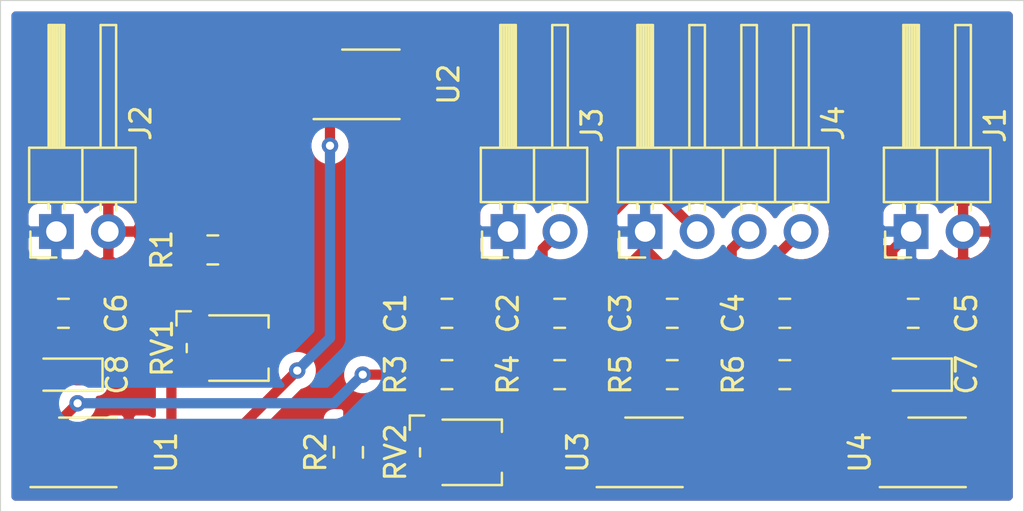
<source format=kicad_pcb>
(kicad_pcb (version 20171130) (host pcbnew "(5.1.2)-2")

  (general
    (thickness 1.6)
    (drawings 4)
    (tracks 88)
    (zones 0)
    (modules 24)
    (nets 13)
  )

  (page A4)
  (title_block
    (title "Sensor Array [A,C]")
    (rev 1)
  )

  (layers
    (0 F.Cu mixed)
    (31 B.Cu power)
    (32 B.Adhes user)
    (33 F.Adhes user)
    (34 B.Paste user)
    (35 F.Paste user)
    (36 B.SilkS user)
    (37 F.SilkS user)
    (38 B.Mask user)
    (39 F.Mask user)
    (40 Dwgs.User user)
    (41 Cmts.User user)
    (42 Eco1.User user)
    (43 Eco2.User user)
    (44 Edge.Cuts user)
    (45 Margin user)
    (46 B.CrtYd user)
    (47 F.CrtYd user)
    (48 B.Fab user)
    (49 F.Fab user)
  )

  (setup
    (last_trace_width 0.5)
    (trace_clearance 0.2)
    (zone_clearance 0.508)
    (zone_45_only no)
    (trace_min 0.2)
    (via_size 0.8)
    (via_drill 0.4)
    (via_min_size 0.4)
    (via_min_drill 0.3)
    (uvia_size 0.3)
    (uvia_drill 0.1)
    (uvias_allowed no)
    (uvia_min_size 0.2)
    (uvia_min_drill 0.1)
    (edge_width 0.05)
    (segment_width 0.2)
    (pcb_text_width 0.3)
    (pcb_text_size 1.5 1.5)
    (mod_edge_width 0.12)
    (mod_text_size 1 1)
    (mod_text_width 0.15)
    (pad_size 1.524 1.524)
    (pad_drill 0.762)
    (pad_to_mask_clearance 0.051)
    (solder_mask_min_width 0.25)
    (aux_axis_origin 0 0)
    (visible_elements 7FFDFFFF)
    (pcbplotparams
      (layerselection 0x010fc_ffffffff)
      (usegerberextensions false)
      (usegerberattributes false)
      (usegerberadvancedattributes false)
      (creategerberjobfile false)
      (excludeedgelayer true)
      (linewidth 0.100000)
      (plotframeref false)
      (viasonmask false)
      (mode 1)
      (useauxorigin false)
      (hpglpennumber 1)
      (hpglpenspeed 20)
      (hpglpendiameter 15.000000)
      (psnegative false)
      (psa4output false)
      (plotreference true)
      (plotvalue true)
      (plotinvisibletext false)
      (padsonsilk false)
      (subtractmaskfromsilk false)
      (outputformat 1)
      (mirror false)
      (drillshape 1)
      (scaleselection 1)
      (outputdirectory ""))
  )

  (net 0 "")
  (net 1 GND)
  (net 2 /SENSOR_A)
  (net 3 /SENSOR_Bb)
  (net 4 /SENSOR_B)
  (net 5 /SENSOR_C)
  (net 6 +5V)
  (net 7 "Net-(U1-Pad2)")
  (net 8 "Net-(U3-Pad2)")
  (net 9 "Net-(R1-Pad2)")
  (net 10 "Net-(R2-Pad2)")
  (net 11 "Net-(RV1-Pad1)")
  (net 12 "Net-(RV2-Pad1)")

  (net_class Default "This is the default net class."
    (clearance 0.2)
    (trace_width 0.5)
    (via_dia 0.8)
    (via_drill 0.4)
    (uvia_dia 0.3)
    (uvia_drill 0.1)
    (add_net +5V)
    (add_net /SENSOR_A)
    (add_net /SENSOR_B)
    (add_net /SENSOR_Bb)
    (add_net /SENSOR_C)
    (add_net GND)
    (add_net "Net-(R1-Pad2)")
    (add_net "Net-(R2-Pad2)")
    (add_net "Net-(RV1-Pad1)")
    (add_net "Net-(RV2-Pad1)")
    (add_net "Net-(U1-Pad2)")
    (add_net "Net-(U3-Pad2)")
  )

  (module Potentiometer_SMD:Potentiometer_Bourns_TC33X_Vertical (layer F.Cu) (tedit 5C165D15) (tstamp 5D30C38D)
    (at 52.6 52.1)
    (descr "Potentiometer, Bourns, TC33X, Vertical, https://www.bourns.com/pdfs/TC33.pdf")
    (tags "Potentiometer Bourns TC33X Vertical")
    (path /5D358C5D)
    (attr smd)
    (fp_text reference RV2 (at -3.3 0 90) (layer F.SilkS)
      (effects (font (size 1 1) (thickness 0.15)))
    )
    (fp_text value 100 (at 0 2.5) (layer F.Fab)
      (effects (font (size 1 1) (thickness 0.15)))
    )
    (fp_circle (center 0 0) (end 1.5 0) (layer F.Fab) (width 0.1))
    (fp_line (start -2 -0.75) (end -2 1.5) (layer F.Fab) (width 0.1))
    (fp_line (start -2 1.5) (end 1.8 1.5) (layer F.Fab) (width 0.1))
    (fp_line (start 1.8 1.5) (end 1.8 -1.5) (layer F.Fab) (width 0.1))
    (fp_line (start 1.8 -1.5) (end -1.25 -1.5) (layer F.Fab) (width 0.1))
    (fp_line (start -1.25 -1.5) (end -2 -0.75) (layer F.Fab) (width 0.1))
    (fp_text user %R (at 0 0) (layer F.Fab)
      (effects (font (size 0.7 0.7) (thickness 0.105)))
    )
    (fp_line (start -2.1 -0.2) (end -2.1 0.2) (layer F.SilkS) (width 0.12))
    (fp_line (start -1 -1.6) (end 1.9 -1.6) (layer F.SilkS) (width 0.12))
    (fp_line (start 1.9 -1.6) (end 1.9 -1) (layer F.SilkS) (width 0.12))
    (fp_line (start -1 1.6) (end 1.9 1.6) (layer F.SilkS) (width 0.12))
    (fp_line (start 1.9 1.6) (end 1.9 1) (layer F.SilkS) (width 0.12))
    (fp_line (start -1.9 -1.8) (end -2.6 -1.8) (layer F.SilkS) (width 0.12))
    (fp_line (start -2.6 -1.8) (end -2.6 -1.1) (layer F.SilkS) (width 0.12))
    (fp_line (start -2.65 -1.85) (end 2.45 -1.85) (layer F.CrtYd) (width 0.05))
    (fp_line (start 2.45 -1.85) (end 2.45 1.85) (layer F.CrtYd) (width 0.05))
    (fp_line (start 2.45 1.85) (end -2.65 1.85) (layer F.CrtYd) (width 0.05))
    (fp_line (start -2.65 1.85) (end -2.65 -1.85) (layer F.CrtYd) (width 0.05))
    (fp_circle (center 0 0) (end 1.8 0) (layer Dwgs.User) (width 0.05))
    (fp_text user "Wiper may be\nanywhere within\ncircle shown" (at -0.15 -0.8) (layer Cmts.User)
      (effects (font (size 0.15 0.15) (thickness 0.02)))
    )
    (pad 1 smd rect (at -1.8 -1) (size 1.2 1.2) (layers F.Cu F.Paste F.Mask)
      (net 12 "Net-(RV2-Pad1)"))
    (pad 3 smd rect (at -1.8 1) (size 1.2 1.2) (layers F.Cu F.Paste F.Mask)
      (net 10 "Net-(R2-Pad2)"))
    (pad 2 smd rect (at 1.45 0) (size 1.5 1.6) (layers F.Cu F.Paste F.Mask)
      (net 10 "Net-(R2-Pad2)"))
    (model ${KISYS3DMOD}/Potentiometer_SMD.3dshapes/Potentiometer_Bourns_TC33X_Vertical.wrl
      (at (xyz 0 0 0))
      (scale (xyz 1 1 1))
      (rotate (xyz 0 0 0))
    )
  )

  (module Resistor_SMD:R_0805_2012Metric_Pad1.15x1.40mm_HandSolder (layer F.Cu) (tedit 5B36C52B) (tstamp 5D280934)
    (at 40.375 42.2)
    (descr "Resistor SMD 0805 (2012 Metric), square (rectangular) end terminal, IPC_7351 nominal with elongated pad for handsoldering. (Body size source: https://docs.google.com/spreadsheets/d/1BsfQQcO9C6DZCsRaXUlFlo91Tg2WpOkGARC1WS5S8t0/edit?usp=sharing), generated with kicad-footprint-generator")
    (tags "resistor handsolder")
    (path /5D4DD78C)
    (attr smd)
    (fp_text reference R1 (at -2.5 0 90) (layer F.SilkS)
      (effects (font (size 1 1) (thickness 0.15)))
    )
    (fp_text value 91 (at 0 1.65) (layer F.Fab)
      (effects (font (size 1 1) (thickness 0.15)))
    )
    (fp_text user %R (at 0 0) (layer F.Fab)
      (effects (font (size 0.5 0.5) (thickness 0.08)))
    )
    (fp_line (start 1.85 0.95) (end -1.85 0.95) (layer F.CrtYd) (width 0.05))
    (fp_line (start 1.85 -0.95) (end 1.85 0.95) (layer F.CrtYd) (width 0.05))
    (fp_line (start -1.85 -0.95) (end 1.85 -0.95) (layer F.CrtYd) (width 0.05))
    (fp_line (start -1.85 0.95) (end -1.85 -0.95) (layer F.CrtYd) (width 0.05))
    (fp_line (start -0.261252 0.71) (end 0.261252 0.71) (layer F.SilkS) (width 0.12))
    (fp_line (start -0.261252 -0.71) (end 0.261252 -0.71) (layer F.SilkS) (width 0.12))
    (fp_line (start 1 0.6) (end -1 0.6) (layer F.Fab) (width 0.1))
    (fp_line (start 1 -0.6) (end 1 0.6) (layer F.Fab) (width 0.1))
    (fp_line (start -1 -0.6) (end 1 -0.6) (layer F.Fab) (width 0.1))
    (fp_line (start -1 0.6) (end -1 -0.6) (layer F.Fab) (width 0.1))
    (pad 2 smd roundrect (at 1.025 0) (size 1.15 1.4) (layers F.Cu F.Paste F.Mask) (roundrect_rratio 0.217391)
      (net 9 "Net-(R1-Pad2)"))
    (pad 1 smd roundrect (at -1.025 0) (size 1.15 1.4) (layers F.Cu F.Paste F.Mask) (roundrect_rratio 0.217391)
      (net 6 +5V))
    (model ${KISYS3DMOD}/Resistor_SMD.3dshapes/R_0805_2012Metric.wrl
      (at (xyz 0 0 0))
      (scale (xyz 1 1 1))
      (rotate (xyz 0 0 0))
    )
  )

  (module Capacitor_SMD:C_0805_2012Metric_Pad1.15x1.40mm_HandSolder locked (layer F.Cu) (tedit 5B36C52B) (tstamp 5D280B5C)
    (at 74.6 45.3)
    (descr "Capacitor SMD 0805 (2012 Metric), square (rectangular) end terminal, IPC_7351 nominal with elongated pad for handsoldering. (Body size source: https://docs.google.com/spreadsheets/d/1BsfQQcO9C6DZCsRaXUlFlo91Tg2WpOkGARC1WS5S8t0/edit?usp=sharing), generated with kicad-footprint-generator")
    (tags "capacitor handsolder")
    (path /5EB86E32)
    (attr smd)
    (fp_text reference C5 (at 2.6 0 90) (layer F.SilkS)
      (effects (font (size 1 1) (thickness 0.15)))
    )
    (fp_text value 100nF (at 0 1.65) (layer F.Fab)
      (effects (font (size 1 1) (thickness 0.15)))
    )
    (fp_text user %R (at 0 0) (layer F.Fab)
      (effects (font (size 0.5 0.5) (thickness 0.08)))
    )
    (fp_line (start 1.85 0.95) (end -1.85 0.95) (layer F.CrtYd) (width 0.05))
    (fp_line (start 1.85 -0.95) (end 1.85 0.95) (layer F.CrtYd) (width 0.05))
    (fp_line (start -1.85 -0.95) (end 1.85 -0.95) (layer F.CrtYd) (width 0.05))
    (fp_line (start -1.85 0.95) (end -1.85 -0.95) (layer F.CrtYd) (width 0.05))
    (fp_line (start -0.261252 0.71) (end 0.261252 0.71) (layer F.SilkS) (width 0.12))
    (fp_line (start -0.261252 -0.71) (end 0.261252 -0.71) (layer F.SilkS) (width 0.12))
    (fp_line (start 1 0.6) (end -1 0.6) (layer F.Fab) (width 0.1))
    (fp_line (start 1 -0.6) (end 1 0.6) (layer F.Fab) (width 0.1))
    (fp_line (start -1 -0.6) (end 1 -0.6) (layer F.Fab) (width 0.1))
    (fp_line (start -1 0.6) (end -1 -0.6) (layer F.Fab) (width 0.1))
    (pad 2 smd roundrect (at 1.025 0) (size 1.15 1.4) (layers F.Cu F.Paste F.Mask) (roundrect_rratio 0.217391)
      (net 6 +5V))
    (pad 1 smd roundrect (at -1.025 0) (size 1.15 1.4) (layers F.Cu F.Paste F.Mask) (roundrect_rratio 0.217391)
      (net 1 GND))
    (model ${KISYS3DMOD}/Capacitor_SMD.3dshapes/C_0805_2012Metric.wrl
      (at (xyz 0 0 0))
      (scale (xyz 1 1 1))
      (rotate (xyz 0 0 0))
    )
  )

  (module Connector_PinHeader_2.54mm:PinHeader_1x02_P2.54mm_Horizontal locked (layer F.Cu) (tedit 59FED5CB) (tstamp 5D2FD2E8)
    (at 74.497 41.3 90)
    (descr "Through hole angled pin header, 1x02, 2.54mm pitch, 6mm pin length, single row")
    (tags "Through hole angled pin header THT 1x02 2.54mm single row")
    (path /5D6017A8)
    (fp_text reference J1 (at 5.2 4.103 90) (layer F.SilkS)
      (effects (font (size 1 1) (thickness 0.15)))
    )
    (fp_text value Conn_01x02 (at 4.385 4.81 90) (layer F.Fab)
      (effects (font (size 1 1) (thickness 0.15)))
    )
    (fp_text user %R (at 2.77 1.27) (layer F.Fab)
      (effects (font (size 1 1) (thickness 0.15)))
    )
    (fp_line (start 10.55 -1.8) (end -1.8 -1.8) (layer F.CrtYd) (width 0.05))
    (fp_line (start 10.55 4.35) (end 10.55 -1.8) (layer F.CrtYd) (width 0.05))
    (fp_line (start -1.8 4.35) (end 10.55 4.35) (layer F.CrtYd) (width 0.05))
    (fp_line (start -1.8 -1.8) (end -1.8 4.35) (layer F.CrtYd) (width 0.05))
    (fp_line (start -1.27 -1.27) (end 0 -1.27) (layer F.SilkS) (width 0.12))
    (fp_line (start -1.27 0) (end -1.27 -1.27) (layer F.SilkS) (width 0.12))
    (fp_line (start 1.042929 2.92) (end 1.44 2.92) (layer F.SilkS) (width 0.12))
    (fp_line (start 1.042929 2.16) (end 1.44 2.16) (layer F.SilkS) (width 0.12))
    (fp_line (start 10.1 2.92) (end 4.1 2.92) (layer F.SilkS) (width 0.12))
    (fp_line (start 10.1 2.16) (end 10.1 2.92) (layer F.SilkS) (width 0.12))
    (fp_line (start 4.1 2.16) (end 10.1 2.16) (layer F.SilkS) (width 0.12))
    (fp_line (start 1.44 1.27) (end 4.1 1.27) (layer F.SilkS) (width 0.12))
    (fp_line (start 1.11 0.38) (end 1.44 0.38) (layer F.SilkS) (width 0.12))
    (fp_line (start 1.11 -0.38) (end 1.44 -0.38) (layer F.SilkS) (width 0.12))
    (fp_line (start 4.1 0.28) (end 10.1 0.28) (layer F.SilkS) (width 0.12))
    (fp_line (start 4.1 0.16) (end 10.1 0.16) (layer F.SilkS) (width 0.12))
    (fp_line (start 4.1 0.04) (end 10.1 0.04) (layer F.SilkS) (width 0.12))
    (fp_line (start 4.1 -0.08) (end 10.1 -0.08) (layer F.SilkS) (width 0.12))
    (fp_line (start 4.1 -0.2) (end 10.1 -0.2) (layer F.SilkS) (width 0.12))
    (fp_line (start 4.1 -0.32) (end 10.1 -0.32) (layer F.SilkS) (width 0.12))
    (fp_line (start 10.1 0.38) (end 4.1 0.38) (layer F.SilkS) (width 0.12))
    (fp_line (start 10.1 -0.38) (end 10.1 0.38) (layer F.SilkS) (width 0.12))
    (fp_line (start 4.1 -0.38) (end 10.1 -0.38) (layer F.SilkS) (width 0.12))
    (fp_line (start 4.1 -1.33) (end 1.44 -1.33) (layer F.SilkS) (width 0.12))
    (fp_line (start 4.1 3.87) (end 4.1 -1.33) (layer F.SilkS) (width 0.12))
    (fp_line (start 1.44 3.87) (end 4.1 3.87) (layer F.SilkS) (width 0.12))
    (fp_line (start 1.44 -1.33) (end 1.44 3.87) (layer F.SilkS) (width 0.12))
    (fp_line (start 4.04 2.86) (end 10.04 2.86) (layer F.Fab) (width 0.1))
    (fp_line (start 10.04 2.22) (end 10.04 2.86) (layer F.Fab) (width 0.1))
    (fp_line (start 4.04 2.22) (end 10.04 2.22) (layer F.Fab) (width 0.1))
    (fp_line (start -0.32 2.86) (end 1.5 2.86) (layer F.Fab) (width 0.1))
    (fp_line (start -0.32 2.22) (end -0.32 2.86) (layer F.Fab) (width 0.1))
    (fp_line (start -0.32 2.22) (end 1.5 2.22) (layer F.Fab) (width 0.1))
    (fp_line (start 4.04 0.32) (end 10.04 0.32) (layer F.Fab) (width 0.1))
    (fp_line (start 10.04 -0.32) (end 10.04 0.32) (layer F.Fab) (width 0.1))
    (fp_line (start 4.04 -0.32) (end 10.04 -0.32) (layer F.Fab) (width 0.1))
    (fp_line (start -0.32 0.32) (end 1.5 0.32) (layer F.Fab) (width 0.1))
    (fp_line (start -0.32 -0.32) (end -0.32 0.32) (layer F.Fab) (width 0.1))
    (fp_line (start -0.32 -0.32) (end 1.5 -0.32) (layer F.Fab) (width 0.1))
    (fp_line (start 1.5 -0.635) (end 2.135 -1.27) (layer F.Fab) (width 0.1))
    (fp_line (start 1.5 3.81) (end 1.5 -0.635) (layer F.Fab) (width 0.1))
    (fp_line (start 4.04 3.81) (end 1.5 3.81) (layer F.Fab) (width 0.1))
    (fp_line (start 4.04 -1.27) (end 4.04 3.81) (layer F.Fab) (width 0.1))
    (fp_line (start 2.135 -1.27) (end 4.04 -1.27) (layer F.Fab) (width 0.1))
    (pad 2 thru_hole oval (at 0 2.54 90) (size 1.7 1.7) (drill 1) (layers *.Cu *.Mask)
      (net 6 +5V))
    (pad 1 thru_hole rect (at 0 0 90) (size 1.7 1.7) (drill 1) (layers *.Cu *.Mask)
      (net 1 GND))
    (model ${KISYS3DMOD}/Connector_PinHeader_2.54mm.3dshapes/PinHeader_1x02_P2.54mm_Horizontal.wrl
      (at (xyz 0 0 0))
      (scale (xyz 1 1 1))
      (rotate (xyz 0 0 0))
    )
  )

  (module Capacitor_SMD:C_0805_2012Metric_Pad1.15x1.40mm_HandSolder locked (layer F.Cu) (tedit 5B36C52B) (tstamp 5D27CB30)
    (at 33.075 45.3)
    (descr "Capacitor SMD 0805 (2012 Metric), square (rectangular) end terminal, IPC_7351 nominal with elongated pad for handsoldering. (Body size source: https://docs.google.com/spreadsheets/d/1BsfQQcO9C6DZCsRaXUlFlo91Tg2WpOkGARC1WS5S8t0/edit?usp=sharing), generated with kicad-footprint-generator")
    (tags "capacitor handsolder")
    (path /5D29D75C)
    (attr smd)
    (fp_text reference C6 (at 2.575 0 90) (layer F.SilkS)
      (effects (font (size 1 1) (thickness 0.15)))
    )
    (fp_text value 100nF (at 0 1.65) (layer F.Fab)
      (effects (font (size 1 1) (thickness 0.15)))
    )
    (fp_text user %R (at 0 0) (layer F.Fab)
      (effects (font (size 0.5 0.5) (thickness 0.08)))
    )
    (fp_line (start 1.85 0.95) (end -1.85 0.95) (layer F.CrtYd) (width 0.05))
    (fp_line (start 1.85 -0.95) (end 1.85 0.95) (layer F.CrtYd) (width 0.05))
    (fp_line (start -1.85 -0.95) (end 1.85 -0.95) (layer F.CrtYd) (width 0.05))
    (fp_line (start -1.85 0.95) (end -1.85 -0.95) (layer F.CrtYd) (width 0.05))
    (fp_line (start -0.261252 0.71) (end 0.261252 0.71) (layer F.SilkS) (width 0.12))
    (fp_line (start -0.261252 -0.71) (end 0.261252 -0.71) (layer F.SilkS) (width 0.12))
    (fp_line (start 1 0.6) (end -1 0.6) (layer F.Fab) (width 0.1))
    (fp_line (start 1 -0.6) (end 1 0.6) (layer F.Fab) (width 0.1))
    (fp_line (start -1 -0.6) (end 1 -0.6) (layer F.Fab) (width 0.1))
    (fp_line (start -1 0.6) (end -1 -0.6) (layer F.Fab) (width 0.1))
    (pad 2 smd roundrect (at 1.025 0) (size 1.15 1.4) (layers F.Cu F.Paste F.Mask) (roundrect_rratio 0.217391)
      (net 6 +5V))
    (pad 1 smd roundrect (at -1.025 0) (size 1.15 1.4) (layers F.Cu F.Paste F.Mask) (roundrect_rratio 0.217391)
      (net 1 GND))
    (model ${KISYS3DMOD}/Capacitor_SMD.3dshapes/C_0805_2012Metric.wrl
      (at (xyz 0 0 0))
      (scale (xyz 1 1 1))
      (rotate (xyz 0 0 0))
    )
  )

  (module Connector_PinHeader_2.54mm:PinHeader_1x02_P2.54mm_Horizontal locked (layer F.Cu) (tedit 59FED5CB) (tstamp 5D2FD32C)
    (at 32.73 41.3 90)
    (descr "Through hole angled pin header, 1x02, 2.54mm pitch, 6mm pin length, single row")
    (tags "Through hole angled pin header THT 1x02 2.54mm single row")
    (path /5D29D788)
    (fp_text reference J2 (at 5.3 4.12 270) (layer F.SilkS)
      (effects (font (size 1 1) (thickness 0.15)))
    )
    (fp_text value Conn_01x02 (at 4.385 4.81 90) (layer F.Fab)
      (effects (font (size 1 1) (thickness 0.15)))
    )
    (fp_line (start 2.135 -1.27) (end 4.04 -1.27) (layer F.Fab) (width 0.1))
    (fp_line (start 4.04 -1.27) (end 4.04 3.81) (layer F.Fab) (width 0.1))
    (fp_line (start 4.04 3.81) (end 1.5 3.81) (layer F.Fab) (width 0.1))
    (fp_line (start 1.5 3.81) (end 1.5 -0.635) (layer F.Fab) (width 0.1))
    (fp_line (start 1.5 -0.635) (end 2.135 -1.27) (layer F.Fab) (width 0.1))
    (fp_line (start -0.32 -0.32) (end 1.5 -0.32) (layer F.Fab) (width 0.1))
    (fp_line (start -0.32 -0.32) (end -0.32 0.32) (layer F.Fab) (width 0.1))
    (fp_line (start -0.32 0.32) (end 1.5 0.32) (layer F.Fab) (width 0.1))
    (fp_line (start 4.04 -0.32) (end 10.04 -0.32) (layer F.Fab) (width 0.1))
    (fp_line (start 10.04 -0.32) (end 10.04 0.32) (layer F.Fab) (width 0.1))
    (fp_line (start 4.04 0.32) (end 10.04 0.32) (layer F.Fab) (width 0.1))
    (fp_line (start -0.32 2.22) (end 1.5 2.22) (layer F.Fab) (width 0.1))
    (fp_line (start -0.32 2.22) (end -0.32 2.86) (layer F.Fab) (width 0.1))
    (fp_line (start -0.32 2.86) (end 1.5 2.86) (layer F.Fab) (width 0.1))
    (fp_line (start 4.04 2.22) (end 10.04 2.22) (layer F.Fab) (width 0.1))
    (fp_line (start 10.04 2.22) (end 10.04 2.86) (layer F.Fab) (width 0.1))
    (fp_line (start 4.04 2.86) (end 10.04 2.86) (layer F.Fab) (width 0.1))
    (fp_line (start 1.44 -1.33) (end 1.44 3.87) (layer F.SilkS) (width 0.12))
    (fp_line (start 1.44 3.87) (end 4.1 3.87) (layer F.SilkS) (width 0.12))
    (fp_line (start 4.1 3.87) (end 4.1 -1.33) (layer F.SilkS) (width 0.12))
    (fp_line (start 4.1 -1.33) (end 1.44 -1.33) (layer F.SilkS) (width 0.12))
    (fp_line (start 4.1 -0.38) (end 10.1 -0.38) (layer F.SilkS) (width 0.12))
    (fp_line (start 10.1 -0.38) (end 10.1 0.38) (layer F.SilkS) (width 0.12))
    (fp_line (start 10.1 0.38) (end 4.1 0.38) (layer F.SilkS) (width 0.12))
    (fp_line (start 4.1 -0.32) (end 10.1 -0.32) (layer F.SilkS) (width 0.12))
    (fp_line (start 4.1 -0.2) (end 10.1 -0.2) (layer F.SilkS) (width 0.12))
    (fp_line (start 4.1 -0.08) (end 10.1 -0.08) (layer F.SilkS) (width 0.12))
    (fp_line (start 4.1 0.04) (end 10.1 0.04) (layer F.SilkS) (width 0.12))
    (fp_line (start 4.1 0.16) (end 10.1 0.16) (layer F.SilkS) (width 0.12))
    (fp_line (start 4.1 0.28) (end 10.1 0.28) (layer F.SilkS) (width 0.12))
    (fp_line (start 1.11 -0.38) (end 1.44 -0.38) (layer F.SilkS) (width 0.12))
    (fp_line (start 1.11 0.38) (end 1.44 0.38) (layer F.SilkS) (width 0.12))
    (fp_line (start 1.44 1.27) (end 4.1 1.27) (layer F.SilkS) (width 0.12))
    (fp_line (start 4.1 2.16) (end 10.1 2.16) (layer F.SilkS) (width 0.12))
    (fp_line (start 10.1 2.16) (end 10.1 2.92) (layer F.SilkS) (width 0.12))
    (fp_line (start 10.1 2.92) (end 4.1 2.92) (layer F.SilkS) (width 0.12))
    (fp_line (start 1.042929 2.16) (end 1.44 2.16) (layer F.SilkS) (width 0.12))
    (fp_line (start 1.042929 2.92) (end 1.44 2.92) (layer F.SilkS) (width 0.12))
    (fp_line (start -1.27 0) (end -1.27 -1.27) (layer F.SilkS) (width 0.12))
    (fp_line (start -1.27 -1.27) (end 0 -1.27) (layer F.SilkS) (width 0.12))
    (fp_line (start -1.8 -1.8) (end -1.8 4.35) (layer F.CrtYd) (width 0.05))
    (fp_line (start -1.8 4.35) (end 10.55 4.35) (layer F.CrtYd) (width 0.05))
    (fp_line (start 10.55 4.35) (end 10.55 -1.8) (layer F.CrtYd) (width 0.05))
    (fp_line (start 10.55 -1.8) (end -1.8 -1.8) (layer F.CrtYd) (width 0.05))
    (fp_text user %R (at 2.77 1.27) (layer F.Fab)
      (effects (font (size 1 1) (thickness 0.15)))
    )
    (pad 1 thru_hole rect (at 0 0 90) (size 1.7 1.7) (drill 1) (layers *.Cu *.Mask)
      (net 1 GND))
    (pad 2 thru_hole oval (at 0 2.54 90) (size 1.7 1.7) (drill 1) (layers *.Cu *.Mask)
      (net 6 +5V))
    (model ${KISYS3DMOD}/Connector_PinHeader_2.54mm.3dshapes/PinHeader_1x02_P2.54mm_Horizontal.wrl
      (at (xyz 0 0 0))
      (scale (xyz 1 1 1))
      (rotate (xyz 0 0 0))
    )
  )

  (module Capacitor_SMD:C_0805_2012Metric_Pad1.15x1.40mm_HandSolder locked (layer F.Cu) (tedit 5B36C52B) (tstamp 5D2FA155)
    (at 51.815 45.3)
    (descr "Capacitor SMD 0805 (2012 Metric), square (rectangular) end terminal, IPC_7351 nominal with elongated pad for handsoldering. (Body size source: https://docs.google.com/spreadsheets/d/1BsfQQcO9C6DZCsRaXUlFlo91Tg2WpOkGARC1WS5S8t0/edit?usp=sharing), generated with kicad-footprint-generator")
    (tags "capacitor handsolder")
    (path /682A3554)
    (attr smd)
    (fp_text reference C1 (at -2.515 0 90) (layer F.SilkS)
      (effects (font (size 1 1) (thickness 0.15)))
    )
    (fp_text value 100nF (at 0 1.65) (layer F.Fab)
      (effects (font (size 1 1) (thickness 0.15)))
    )
    (fp_text user %R (at 0 0) (layer F.Fab)
      (effects (font (size 0.5 0.5) (thickness 0.08)))
    )
    (fp_line (start 1.85 0.95) (end -1.85 0.95) (layer F.CrtYd) (width 0.05))
    (fp_line (start 1.85 -0.95) (end 1.85 0.95) (layer F.CrtYd) (width 0.05))
    (fp_line (start -1.85 -0.95) (end 1.85 -0.95) (layer F.CrtYd) (width 0.05))
    (fp_line (start -1.85 0.95) (end -1.85 -0.95) (layer F.CrtYd) (width 0.05))
    (fp_line (start -0.261252 0.71) (end 0.261252 0.71) (layer F.SilkS) (width 0.12))
    (fp_line (start -0.261252 -0.71) (end 0.261252 -0.71) (layer F.SilkS) (width 0.12))
    (fp_line (start 1 0.6) (end -1 0.6) (layer F.Fab) (width 0.1))
    (fp_line (start 1 -0.6) (end 1 0.6) (layer F.Fab) (width 0.1))
    (fp_line (start -1 -0.6) (end 1 -0.6) (layer F.Fab) (width 0.1))
    (fp_line (start -1 0.6) (end -1 -0.6) (layer F.Fab) (width 0.1))
    (pad 2 smd roundrect (at 1.025 0) (size 1.15 1.4) (layers F.Cu F.Paste F.Mask) (roundrect_rratio 0.217391)
      (net 1 GND))
    (pad 1 smd roundrect (at -1.025 0) (size 1.15 1.4) (layers F.Cu F.Paste F.Mask) (roundrect_rratio 0.217391)
      (net 2 /SENSOR_A))
    (model ${KISYS3DMOD}/Capacitor_SMD.3dshapes/C_0805_2012Metric.wrl
      (at (xyz 0 0 0))
      (scale (xyz 1 1 1))
      (rotate (xyz 0 0 0))
    )
  )

  (module Capacitor_SMD:C_0805_2012Metric_Pad1.15x1.40mm_HandSolder locked (layer F.Cu) (tedit 5B36C52B) (tstamp 5D2FC870)
    (at 57.325 45.3)
    (descr "Capacitor SMD 0805 (2012 Metric), square (rectangular) end terminal, IPC_7351 nominal with elongated pad for handsoldering. (Body size source: https://docs.google.com/spreadsheets/d/1BsfQQcO9C6DZCsRaXUlFlo91Tg2WpOkGARC1WS5S8t0/edit?usp=sharing), generated with kicad-footprint-generator")
    (tags "capacitor handsolder")
    (path /682A34B1)
    (attr smd)
    (fp_text reference C2 (at -2.525 0 90) (layer F.SilkS)
      (effects (font (size 1 1) (thickness 0.15)))
    )
    (fp_text value 100nF (at 0 1.65) (layer F.Fab)
      (effects (font (size 1 1) (thickness 0.15)))
    )
    (fp_line (start -1 0.6) (end -1 -0.6) (layer F.Fab) (width 0.1))
    (fp_line (start -1 -0.6) (end 1 -0.6) (layer F.Fab) (width 0.1))
    (fp_line (start 1 -0.6) (end 1 0.6) (layer F.Fab) (width 0.1))
    (fp_line (start 1 0.6) (end -1 0.6) (layer F.Fab) (width 0.1))
    (fp_line (start -0.261252 -0.71) (end 0.261252 -0.71) (layer F.SilkS) (width 0.12))
    (fp_line (start -0.261252 0.71) (end 0.261252 0.71) (layer F.SilkS) (width 0.12))
    (fp_line (start -1.85 0.95) (end -1.85 -0.95) (layer F.CrtYd) (width 0.05))
    (fp_line (start -1.85 -0.95) (end 1.85 -0.95) (layer F.CrtYd) (width 0.05))
    (fp_line (start 1.85 -0.95) (end 1.85 0.95) (layer F.CrtYd) (width 0.05))
    (fp_line (start 1.85 0.95) (end -1.85 0.95) (layer F.CrtYd) (width 0.05))
    (fp_text user %R (at 0 0) (layer F.Fab)
      (effects (font (size 0.5 0.5) (thickness 0.08)))
    )
    (pad 1 smd roundrect (at -1.025 0) (size 1.15 1.4) (layers F.Cu F.Paste F.Mask) (roundrect_rratio 0.217391)
      (net 3 /SENSOR_Bb))
    (pad 2 smd roundrect (at 1.025 0) (size 1.15 1.4) (layers F.Cu F.Paste F.Mask) (roundrect_rratio 0.217391)
      (net 1 GND))
    (model ${KISYS3DMOD}/Capacitor_SMD.3dshapes/C_0805_2012Metric.wrl
      (at (xyz 0 0 0))
      (scale (xyz 1 1 1))
      (rotate (xyz 0 0 0))
    )
  )

  (module Capacitor_SMD:C_0805_2012Metric_Pad1.15x1.40mm_HandSolder locked (layer F.Cu) (tedit 5B36C52B) (tstamp 5D280874)
    (at 62.825 45.3)
    (descr "Capacitor SMD 0805 (2012 Metric), square (rectangular) end terminal, IPC_7351 nominal with elongated pad for handsoldering. (Body size source: https://docs.google.com/spreadsheets/d/1BsfQQcO9C6DZCsRaXUlFlo91Tg2WpOkGARC1WS5S8t0/edit?usp=sharing), generated with kicad-footprint-generator")
    (tags "capacitor handsolder")
    (path /682A34EC)
    (attr smd)
    (fp_text reference C3 (at -2.525 0 90) (layer F.SilkS)
      (effects (font (size 1 1) (thickness 0.15)))
    )
    (fp_text value 100nF (at 0 1.65) (layer F.Fab)
      (effects (font (size 1 1) (thickness 0.15)))
    )
    (fp_text user %R (at 0 0) (layer F.Fab)
      (effects (font (size 0.5 0.5) (thickness 0.08)))
    )
    (fp_line (start 1.85 0.95) (end -1.85 0.95) (layer F.CrtYd) (width 0.05))
    (fp_line (start 1.85 -0.95) (end 1.85 0.95) (layer F.CrtYd) (width 0.05))
    (fp_line (start -1.85 -0.95) (end 1.85 -0.95) (layer F.CrtYd) (width 0.05))
    (fp_line (start -1.85 0.95) (end -1.85 -0.95) (layer F.CrtYd) (width 0.05))
    (fp_line (start -0.261252 0.71) (end 0.261252 0.71) (layer F.SilkS) (width 0.12))
    (fp_line (start -0.261252 -0.71) (end 0.261252 -0.71) (layer F.SilkS) (width 0.12))
    (fp_line (start 1 0.6) (end -1 0.6) (layer F.Fab) (width 0.1))
    (fp_line (start 1 -0.6) (end 1 0.6) (layer F.Fab) (width 0.1))
    (fp_line (start -1 -0.6) (end 1 -0.6) (layer F.Fab) (width 0.1))
    (fp_line (start -1 0.6) (end -1 -0.6) (layer F.Fab) (width 0.1))
    (pad 2 smd roundrect (at 1.025 0) (size 1.15 1.4) (layers F.Cu F.Paste F.Mask) (roundrect_rratio 0.217391)
      (net 1 GND))
    (pad 1 smd roundrect (at -1.025 0) (size 1.15 1.4) (layers F.Cu F.Paste F.Mask) (roundrect_rratio 0.217391)
      (net 4 /SENSOR_B))
    (model ${KISYS3DMOD}/Capacitor_SMD.3dshapes/C_0805_2012Metric.wrl
      (at (xyz 0 0 0))
      (scale (xyz 1 1 1))
      (rotate (xyz 0 0 0))
    )
  )

  (module Capacitor_SMD:C_0805_2012Metric_Pad1.15x1.40mm_HandSolder locked (layer F.Cu) (tedit 5B36C52B) (tstamp 5D280844)
    (at 68.325 45.3)
    (descr "Capacitor SMD 0805 (2012 Metric), square (rectangular) end terminal, IPC_7351 nominal with elongated pad for handsoldering. (Body size source: https://docs.google.com/spreadsheets/d/1BsfQQcO9C6DZCsRaXUlFlo91Tg2WpOkGARC1WS5S8t0/edit?usp=sharing), generated with kicad-footprint-generator")
    (tags "capacitor handsolder")
    (path /682A34F6)
    (attr smd)
    (fp_text reference C4 (at -2.525 0 90) (layer F.SilkS)
      (effects (font (size 1 1) (thickness 0.15)))
    )
    (fp_text value 100nF (at 0 1.65) (layer F.Fab)
      (effects (font (size 1 1) (thickness 0.15)))
    )
    (fp_line (start -1 0.6) (end -1 -0.6) (layer F.Fab) (width 0.1))
    (fp_line (start -1 -0.6) (end 1 -0.6) (layer F.Fab) (width 0.1))
    (fp_line (start 1 -0.6) (end 1 0.6) (layer F.Fab) (width 0.1))
    (fp_line (start 1 0.6) (end -1 0.6) (layer F.Fab) (width 0.1))
    (fp_line (start -0.261252 -0.71) (end 0.261252 -0.71) (layer F.SilkS) (width 0.12))
    (fp_line (start -0.261252 0.71) (end 0.261252 0.71) (layer F.SilkS) (width 0.12))
    (fp_line (start -1.85 0.95) (end -1.85 -0.95) (layer F.CrtYd) (width 0.05))
    (fp_line (start -1.85 -0.95) (end 1.85 -0.95) (layer F.CrtYd) (width 0.05))
    (fp_line (start 1.85 -0.95) (end 1.85 0.95) (layer F.CrtYd) (width 0.05))
    (fp_line (start 1.85 0.95) (end -1.85 0.95) (layer F.CrtYd) (width 0.05))
    (fp_text user %R (at 0 0) (layer F.Fab)
      (effects (font (size 0.5 0.5) (thickness 0.08)))
    )
    (pad 1 smd roundrect (at -1.025 0) (size 1.15 1.4) (layers F.Cu F.Paste F.Mask) (roundrect_rratio 0.217391)
      (net 5 /SENSOR_C))
    (pad 2 smd roundrect (at 1.025 0) (size 1.15 1.4) (layers F.Cu F.Paste F.Mask) (roundrect_rratio 0.217391)
      (net 1 GND))
    (model ${KISYS3DMOD}/Capacitor_SMD.3dshapes/C_0805_2012Metric.wrl
      (at (xyz 0 0 0))
      (scale (xyz 1 1 1))
      (rotate (xyz 0 0 0))
    )
  )

  (module Resistor_SMD:R_0805_2012Metric_Pad1.15x1.40mm_HandSolder (layer F.Cu) (tedit 5B36C52B) (tstamp 5D2806B2)
    (at 47 52.1 270)
    (descr "Resistor SMD 0805 (2012 Metric), square (rectangular) end terminal, IPC_7351 nominal with elongated pad for handsoldering. (Body size source: https://docs.google.com/spreadsheets/d/1BsfQQcO9C6DZCsRaXUlFlo91Tg2WpOkGARC1WS5S8t0/edit?usp=sharing), generated with kicad-footprint-generator")
    (tags "resistor handsolder")
    (path /5D343F55)
    (attr smd)
    (fp_text reference R2 (at 0 1.6 90) (layer F.SilkS)
      (effects (font (size 1 1) (thickness 0.15)))
    )
    (fp_text value 91 (at 0 1.65 90) (layer F.Fab)
      (effects (font (size 1 1) (thickness 0.15)))
    )
    (fp_line (start -1 0.6) (end -1 -0.6) (layer F.Fab) (width 0.1))
    (fp_line (start -1 -0.6) (end 1 -0.6) (layer F.Fab) (width 0.1))
    (fp_line (start 1 -0.6) (end 1 0.6) (layer F.Fab) (width 0.1))
    (fp_line (start 1 0.6) (end -1 0.6) (layer F.Fab) (width 0.1))
    (fp_line (start -0.261252 -0.71) (end 0.261252 -0.71) (layer F.SilkS) (width 0.12))
    (fp_line (start -0.261252 0.71) (end 0.261252 0.71) (layer F.SilkS) (width 0.12))
    (fp_line (start -1.85 0.95) (end -1.85 -0.95) (layer F.CrtYd) (width 0.05))
    (fp_line (start -1.85 -0.95) (end 1.85 -0.95) (layer F.CrtYd) (width 0.05))
    (fp_line (start 1.85 -0.95) (end 1.85 0.95) (layer F.CrtYd) (width 0.05))
    (fp_line (start 1.85 0.95) (end -1.85 0.95) (layer F.CrtYd) (width 0.05))
    (fp_text user %R (at 0 0 90) (layer F.Fab)
      (effects (font (size 0.5 0.5) (thickness 0.08)))
    )
    (pad 1 smd roundrect (at -1.025 0 270) (size 1.15 1.4) (layers F.Cu F.Paste F.Mask) (roundrect_rratio 0.217391)
      (net 6 +5V))
    (pad 2 smd roundrect (at 1.025 0 270) (size 1.15 1.4) (layers F.Cu F.Paste F.Mask) (roundrect_rratio 0.217391)
      (net 10 "Net-(R2-Pad2)"))
    (model ${KISYS3DMOD}/Resistor_SMD.3dshapes/R_0805_2012Metric.wrl
      (at (xyz 0 0 0))
      (scale (xyz 1 1 1))
      (rotate (xyz 0 0 0))
    )
  )

  (module Resistor_SMD:R_0805_2012Metric_Pad1.15x1.40mm_HandSolder locked (layer F.Cu) (tedit 5B36C52B) (tstamp 5D2FC07A)
    (at 51.815 48.3 180)
    (descr "Resistor SMD 0805 (2012 Metric), square (rectangular) end terminal, IPC_7351 nominal with elongated pad for handsoldering. (Body size source: https://docs.google.com/spreadsheets/d/1BsfQQcO9C6DZCsRaXUlFlo91Tg2WpOkGARC1WS5S8t0/edit?usp=sharing), generated with kicad-footprint-generator")
    (tags "resistor handsolder")
    (path /682A3535)
    (attr smd)
    (fp_text reference R3 (at 2.515 0 90) (layer F.SilkS)
      (effects (font (size 1 1) (thickness 0.15)))
    )
    (fp_text value 10k (at 0 1.65) (layer F.Fab)
      (effects (font (size 1 1) (thickness 0.15)))
    )
    (fp_text user %R (at 0 0) (layer F.Fab)
      (effects (font (size 0.5 0.5) (thickness 0.08)))
    )
    (fp_line (start 1.85 0.95) (end -1.85 0.95) (layer F.CrtYd) (width 0.05))
    (fp_line (start 1.85 -0.95) (end 1.85 0.95) (layer F.CrtYd) (width 0.05))
    (fp_line (start -1.85 -0.95) (end 1.85 -0.95) (layer F.CrtYd) (width 0.05))
    (fp_line (start -1.85 0.95) (end -1.85 -0.95) (layer F.CrtYd) (width 0.05))
    (fp_line (start -0.261252 0.71) (end 0.261252 0.71) (layer F.SilkS) (width 0.12))
    (fp_line (start -0.261252 -0.71) (end 0.261252 -0.71) (layer F.SilkS) (width 0.12))
    (fp_line (start 1 0.6) (end -1 0.6) (layer F.Fab) (width 0.1))
    (fp_line (start 1 -0.6) (end 1 0.6) (layer F.Fab) (width 0.1))
    (fp_line (start -1 -0.6) (end 1 -0.6) (layer F.Fab) (width 0.1))
    (fp_line (start -1 0.6) (end -1 -0.6) (layer F.Fab) (width 0.1))
    (pad 2 smd roundrect (at 1.025 0 180) (size 1.15 1.4) (layers F.Cu F.Paste F.Mask) (roundrect_rratio 0.217391)
      (net 2 /SENSOR_A))
    (pad 1 smd roundrect (at -1.025 0 180) (size 1.15 1.4) (layers F.Cu F.Paste F.Mask) (roundrect_rratio 0.217391)
      (net 1 GND))
    (model ${KISYS3DMOD}/Resistor_SMD.3dshapes/R_0805_2012Metric.wrl
      (at (xyz 0 0 0))
      (scale (xyz 1 1 1))
      (rotate (xyz 0 0 0))
    )
  )

  (module Resistor_SMD:R_0805_2012Metric_Pad1.15x1.40mm_HandSolder locked (layer F.Cu) (tedit 5B36C52B) (tstamp 5D2FBFE7)
    (at 57.325 48.3 180)
    (descr "Resistor SMD 0805 (2012 Metric), square (rectangular) end terminal, IPC_7351 nominal with elongated pad for handsoldering. (Body size source: https://docs.google.com/spreadsheets/d/1BsfQQcO9C6DZCsRaXUlFlo91Tg2WpOkGARC1WS5S8t0/edit?usp=sharing), generated with kicad-footprint-generator")
    (tags "resistor handsolder")
    (path /682A34A7)
    (attr smd)
    (fp_text reference R4 (at 2.525 0 90) (layer F.SilkS)
      (effects (font (size 1 1) (thickness 0.15)))
    )
    (fp_text value 10k (at 0 1.65) (layer F.Fab)
      (effects (font (size 1 1) (thickness 0.15)))
    )
    (fp_text user %R (at 0 0) (layer F.Fab)
      (effects (font (size 0.5 0.5) (thickness 0.08)))
    )
    (fp_line (start 1.85 0.95) (end -1.85 0.95) (layer F.CrtYd) (width 0.05))
    (fp_line (start 1.85 -0.95) (end 1.85 0.95) (layer F.CrtYd) (width 0.05))
    (fp_line (start -1.85 -0.95) (end 1.85 -0.95) (layer F.CrtYd) (width 0.05))
    (fp_line (start -1.85 0.95) (end -1.85 -0.95) (layer F.CrtYd) (width 0.05))
    (fp_line (start -0.261252 0.71) (end 0.261252 0.71) (layer F.SilkS) (width 0.12))
    (fp_line (start -0.261252 -0.71) (end 0.261252 -0.71) (layer F.SilkS) (width 0.12))
    (fp_line (start 1 0.6) (end -1 0.6) (layer F.Fab) (width 0.1))
    (fp_line (start 1 -0.6) (end 1 0.6) (layer F.Fab) (width 0.1))
    (fp_line (start -1 -0.6) (end 1 -0.6) (layer F.Fab) (width 0.1))
    (fp_line (start -1 0.6) (end -1 -0.6) (layer F.Fab) (width 0.1))
    (pad 2 smd roundrect (at 1.025 0 180) (size 1.15 1.4) (layers F.Cu F.Paste F.Mask) (roundrect_rratio 0.217391)
      (net 3 /SENSOR_Bb))
    (pad 1 smd roundrect (at -1.025 0 180) (size 1.15 1.4) (layers F.Cu F.Paste F.Mask) (roundrect_rratio 0.217391)
      (net 1 GND))
    (model ${KISYS3DMOD}/Resistor_SMD.3dshapes/R_0805_2012Metric.wrl
      (at (xyz 0 0 0))
      (scale (xyz 1 1 1))
      (rotate (xyz 0 0 0))
    )
  )

  (module Resistor_SMD:R_0805_2012Metric_Pad1.15x1.40mm_HandSolder locked (layer F.Cu) (tedit 5B36C52B) (tstamp 5D280CA9)
    (at 62.825 48.3 180)
    (descr "Resistor SMD 0805 (2012 Metric), square (rectangular) end terminal, IPC_7351 nominal with elongated pad for handsoldering. (Body size source: https://docs.google.com/spreadsheets/d/1BsfQQcO9C6DZCsRaXUlFlo91Tg2WpOkGARC1WS5S8t0/edit?usp=sharing), generated with kicad-footprint-generator")
    (tags "resistor handsolder")
    (path /682A34BB)
    (attr smd)
    (fp_text reference R5 (at 2.525 0 90) (layer F.SilkS)
      (effects (font (size 1 1) (thickness 0.15)))
    )
    (fp_text value 10k (at 0 1.65) (layer F.Fab)
      (effects (font (size 1 1) (thickness 0.15)))
    )
    (fp_text user %R (at 0 0) (layer F.Fab)
      (effects (font (size 0.5 0.5) (thickness 0.08)))
    )
    (fp_line (start 1.85 0.95) (end -1.85 0.95) (layer F.CrtYd) (width 0.05))
    (fp_line (start 1.85 -0.95) (end 1.85 0.95) (layer F.CrtYd) (width 0.05))
    (fp_line (start -1.85 -0.95) (end 1.85 -0.95) (layer F.CrtYd) (width 0.05))
    (fp_line (start -1.85 0.95) (end -1.85 -0.95) (layer F.CrtYd) (width 0.05))
    (fp_line (start -0.261252 0.71) (end 0.261252 0.71) (layer F.SilkS) (width 0.12))
    (fp_line (start -0.261252 -0.71) (end 0.261252 -0.71) (layer F.SilkS) (width 0.12))
    (fp_line (start 1 0.6) (end -1 0.6) (layer F.Fab) (width 0.1))
    (fp_line (start 1 -0.6) (end 1 0.6) (layer F.Fab) (width 0.1))
    (fp_line (start -1 -0.6) (end 1 -0.6) (layer F.Fab) (width 0.1))
    (fp_line (start -1 0.6) (end -1 -0.6) (layer F.Fab) (width 0.1))
    (pad 2 smd roundrect (at 1.025 0 180) (size 1.15 1.4) (layers F.Cu F.Paste F.Mask) (roundrect_rratio 0.217391)
      (net 4 /SENSOR_B))
    (pad 1 smd roundrect (at -1.025 0 180) (size 1.15 1.4) (layers F.Cu F.Paste F.Mask) (roundrect_rratio 0.217391)
      (net 1 GND))
    (model ${KISYS3DMOD}/Resistor_SMD.3dshapes/R_0805_2012Metric.wrl
      (at (xyz 0 0 0))
      (scale (xyz 1 1 1))
      (rotate (xyz 0 0 0))
    )
  )

  (module Resistor_SMD:R_0805_2012Metric_Pad1.15x1.40mm_HandSolder locked (layer F.Cu) (tedit 5B36C52B) (tstamp 5D2FC946)
    (at 68.325 48.3 180)
    (descr "Resistor SMD 0805 (2012 Metric), square (rectangular) end terminal, IPC_7351 nominal with elongated pad for handsoldering. (Body size source: https://docs.google.com/spreadsheets/d/1BsfQQcO9C6DZCsRaXUlFlo91Tg2WpOkGARC1WS5S8t0/edit?usp=sharing), generated with kicad-footprint-generator")
    (tags "resistor handsolder")
    (path /682A34D7)
    (attr smd)
    (fp_text reference R6 (at 2.525 0 90) (layer F.SilkS)
      (effects (font (size 1 1) (thickness 0.15)))
    )
    (fp_text value 10k (at 0 1.65) (layer F.Fab)
      (effects (font (size 1 1) (thickness 0.15)))
    )
    (fp_line (start -1 0.6) (end -1 -0.6) (layer F.Fab) (width 0.1))
    (fp_line (start -1 -0.6) (end 1 -0.6) (layer F.Fab) (width 0.1))
    (fp_line (start 1 -0.6) (end 1 0.6) (layer F.Fab) (width 0.1))
    (fp_line (start 1 0.6) (end -1 0.6) (layer F.Fab) (width 0.1))
    (fp_line (start -0.261252 -0.71) (end 0.261252 -0.71) (layer F.SilkS) (width 0.12))
    (fp_line (start -0.261252 0.71) (end 0.261252 0.71) (layer F.SilkS) (width 0.12))
    (fp_line (start -1.85 0.95) (end -1.85 -0.95) (layer F.CrtYd) (width 0.05))
    (fp_line (start -1.85 -0.95) (end 1.85 -0.95) (layer F.CrtYd) (width 0.05))
    (fp_line (start 1.85 -0.95) (end 1.85 0.95) (layer F.CrtYd) (width 0.05))
    (fp_line (start 1.85 0.95) (end -1.85 0.95) (layer F.CrtYd) (width 0.05))
    (fp_text user %R (at 0 0) (layer F.Fab)
      (effects (font (size 0.5 0.5) (thickness 0.08)))
    )
    (pad 1 smd roundrect (at -1.025 0 180) (size 1.15 1.4) (layers F.Cu F.Paste F.Mask) (roundrect_rratio 0.217391)
      (net 1 GND))
    (pad 2 smd roundrect (at 1.025 0 180) (size 1.15 1.4) (layers F.Cu F.Paste F.Mask) (roundrect_rratio 0.217391)
      (net 5 /SENSOR_C))
    (model ${KISYS3DMOD}/Resistor_SMD.3dshapes/R_0805_2012Metric.wrl
      (at (xyz 0 0 0))
      (scale (xyz 1 1 1))
      (rotate (xyz 0 0 0))
    )
  )

  (module OptoDevice:OnSemi_CASE100CY locked (layer F.Cu) (tedit 5B870A92) (tstamp 5D2F92E1)
    (at 34.266667 52.1 90)
    (descr "OnSemi CASE 100CY, light-direction upwards, see http://www.onsemi.com/pub/Collateral/QRE1113-D.PDF")
    (tags "refective opto couple photo coupler")
    (path /5D34062D)
    (attr smd)
    (fp_text reference U1 (at 0 3.833333 270) (layer F.SilkS)
      (effects (font (size 1 1) (thickness 0.15)))
    )
    (fp_text value QRE1113 (at 0 3.9 90) (layer F.Fab)
      (effects (font (size 1 1) (thickness 0.15)))
    )
    (fp_line (start 1.85 3.08) (end -1.85 3.08) (layer F.CrtYd) (width 0.05))
    (fp_line (start 1.85 3.08) (end 1.85 -3.08) (layer F.CrtYd) (width 0.05))
    (fp_line (start -1.85 -3.08) (end -1.85 3.08) (layer F.CrtYd) (width 0.05))
    (fp_line (start -1.85 -3.08) (end 1.85 -3.08) (layer F.CrtYd) (width 0.05))
    (fp_line (start 1.6 -1.3) (end 1.6 1.3) (layer F.Fab) (width 0.1))
    (fp_line (start 1.6 1.3) (end -1.6 1.3) (layer F.Fab) (width 0.1))
    (fp_line (start -1.6 1.3) (end -1.6 -0.8) (layer F.Fab) (width 0.1))
    (fp_line (start -1.1 -1.3) (end 1.6 -1.3) (layer F.Fab) (width 0.1))
    (fp_line (start -1.6 -0.8) (end -1.1 -1.3) (layer F.Fab) (width 0.1))
    (fp_line (start -1.7 1.4) (end -1.7 -2.8) (layer F.SilkS) (width 0.12))
    (fp_line (start 1.7 1.4) (end 1.7 -1.4) (layer F.SilkS) (width 0.12))
    (fp_text user %R (at 0 0.2 270) (layer F.Fab)
      (effects (font (size 0.75 0.75) (thickness 0.15)))
    )
    (pad 4 smd roundrect (at 0.9 -2 90) (size 0.79 1.66) (layers F.Cu F.Paste F.Mask) (roundrect_rratio 0.25)
      (net 2 /SENSOR_A))
    (pad 1 smd roundrect (at -0.9 -2 90) (size 0.79 1.66) (layers F.Cu F.Paste F.Mask) (roundrect_rratio 0.25)
      (net 11 "Net-(RV1-Pad1)"))
    (pad 2 smd roundrect (at -0.9 2 90) (size 0.79 1.66) (layers F.Cu F.Paste F.Mask) (roundrect_rratio 0.25)
      (net 7 "Net-(U1-Pad2)"))
    (pad 3 smd roundrect (at 0.9 2 90) (size 0.79 1.66) (layers F.Cu F.Paste F.Mask) (roundrect_rratio 0.25)
      (net 6 +5V))
    (model ${KISYS3DMOD}/OptoDevice.3dshapes/OnSemi_CASE100CY.wrl
      (at (xyz 0 0 0))
      (scale (xyz 1 1 1))
      (rotate (xyz 0 0 0))
    )
  )

  (module OptoDevice:OnSemi_CASE100CY locked (layer F.Cu) (tedit 5B870A92) (tstamp 5D2F92F5)
    (at 48.1 34.1 90)
    (descr "OnSemi CASE 100CY, light-direction upwards, see http://www.onsemi.com/pub/Collateral/QRE1113-D.PDF")
    (tags "refective opto couple photo coupler")
    (path /5D3417AD)
    (attr smd)
    (fp_text reference U2 (at 0 3.8 90) (layer F.SilkS)
      (effects (font (size 1 1) (thickness 0.15)))
    )
    (fp_text value QRE1113 (at 0 3.9 90) (layer F.Fab)
      (effects (font (size 1 1) (thickness 0.15)))
    )
    (fp_text user %R (at 0 0.2 90) (layer F.Fab)
      (effects (font (size 0.75 0.75) (thickness 0.15)))
    )
    (fp_line (start 1.7 1.4) (end 1.7 -1.4) (layer F.SilkS) (width 0.12))
    (fp_line (start -1.7 1.4) (end -1.7 -2.8) (layer F.SilkS) (width 0.12))
    (fp_line (start -1.6 -0.8) (end -1.1 -1.3) (layer F.Fab) (width 0.1))
    (fp_line (start -1.1 -1.3) (end 1.6 -1.3) (layer F.Fab) (width 0.1))
    (fp_line (start -1.6 1.3) (end -1.6 -0.8) (layer F.Fab) (width 0.1))
    (fp_line (start 1.6 1.3) (end -1.6 1.3) (layer F.Fab) (width 0.1))
    (fp_line (start 1.6 -1.3) (end 1.6 1.3) (layer F.Fab) (width 0.1))
    (fp_line (start -1.85 -3.08) (end 1.85 -3.08) (layer F.CrtYd) (width 0.05))
    (fp_line (start -1.85 -3.08) (end -1.85 3.08) (layer F.CrtYd) (width 0.05))
    (fp_line (start 1.85 3.08) (end 1.85 -3.08) (layer F.CrtYd) (width 0.05))
    (fp_line (start 1.85 3.08) (end -1.85 3.08) (layer F.CrtYd) (width 0.05))
    (pad 3 smd roundrect (at 0.9 2 90) (size 0.79 1.66) (layers F.Cu F.Paste F.Mask) (roundrect_rratio 0.25)
      (net 6 +5V))
    (pad 2 smd roundrect (at -0.9 2 90) (size 0.79 1.66) (layers F.Cu F.Paste F.Mask) (roundrect_rratio 0.25)
      (net 1 GND))
    (pad 1 smd roundrect (at -0.9 -2 90) (size 0.79 1.66) (layers F.Cu F.Paste F.Mask) (roundrect_rratio 0.25)
      (net 7 "Net-(U1-Pad2)"))
    (pad 4 smd roundrect (at 0.9 -2 90) (size 0.79 1.66) (layers F.Cu F.Paste F.Mask) (roundrect_rratio 0.25)
      (net 3 /SENSOR_Bb))
    (model ${KISYS3DMOD}/OptoDevice.3dshapes/OnSemi_CASE100CY.wrl
      (at (xyz 0 0 0))
      (scale (xyz 1 1 1))
      (rotate (xyz 0 0 0))
    )
  )

  (module OptoDevice:OnSemi_CASE100CY locked (layer F.Cu) (tedit 5B870A92) (tstamp 5D2F9309)
    (at 61.933334 52.1 90)
    (descr "OnSemi CASE 100CY, light-direction upwards, see http://www.onsemi.com/pub/Collateral/QRE1113-D.PDF")
    (tags "refective opto couple photo coupler")
    (path /5D3428DF)
    (attr smd)
    (fp_text reference U3 (at 0 -3.733334 90) (layer F.SilkS)
      (effects (font (size 1 1) (thickness 0.15)))
    )
    (fp_text value QRE1113 (at 0 3.9 90) (layer F.Fab)
      (effects (font (size 1 1) (thickness 0.15)))
    )
    (fp_line (start 1.85 3.08) (end -1.85 3.08) (layer F.CrtYd) (width 0.05))
    (fp_line (start 1.85 3.08) (end 1.85 -3.08) (layer F.CrtYd) (width 0.05))
    (fp_line (start -1.85 -3.08) (end -1.85 3.08) (layer F.CrtYd) (width 0.05))
    (fp_line (start -1.85 -3.08) (end 1.85 -3.08) (layer F.CrtYd) (width 0.05))
    (fp_line (start 1.6 -1.3) (end 1.6 1.3) (layer F.Fab) (width 0.1))
    (fp_line (start 1.6 1.3) (end -1.6 1.3) (layer F.Fab) (width 0.1))
    (fp_line (start -1.6 1.3) (end -1.6 -0.8) (layer F.Fab) (width 0.1))
    (fp_line (start -1.1 -1.3) (end 1.6 -1.3) (layer F.Fab) (width 0.1))
    (fp_line (start -1.6 -0.8) (end -1.1 -1.3) (layer F.Fab) (width 0.1))
    (fp_line (start -1.7 1.4) (end -1.7 -2.8) (layer F.SilkS) (width 0.12))
    (fp_line (start 1.7 1.4) (end 1.7 -1.4) (layer F.SilkS) (width 0.12))
    (fp_text user %R (at 0 0.2 90) (layer F.Fab)
      (effects (font (size 0.75 0.75) (thickness 0.15)))
    )
    (pad 4 smd roundrect (at 0.9 -2 90) (size 0.79 1.66) (layers F.Cu F.Paste F.Mask) (roundrect_rratio 0.25)
      (net 4 /SENSOR_B))
    (pad 1 smd roundrect (at -0.9 -2 90) (size 0.79 1.66) (layers F.Cu F.Paste F.Mask) (roundrect_rratio 0.25)
      (net 12 "Net-(RV2-Pad1)"))
    (pad 2 smd roundrect (at -0.9 2 90) (size 0.79 1.66) (layers F.Cu F.Paste F.Mask) (roundrect_rratio 0.25)
      (net 8 "Net-(U3-Pad2)"))
    (pad 3 smd roundrect (at 0.9 2 90) (size 0.79 1.66) (layers F.Cu F.Paste F.Mask) (roundrect_rratio 0.25)
      (net 6 +5V))
    (model ${KISYS3DMOD}/OptoDevice.3dshapes/OnSemi_CASE100CY.wrl
      (at (xyz 0 0 0))
      (scale (xyz 1 1 1))
      (rotate (xyz 0 0 0))
    )
  )

  (module OptoDevice:OnSemi_CASE100CY locked (layer F.Cu) (tedit 5B870A92) (tstamp 5D2F931D)
    (at 75.766667 52.1 90)
    (descr "OnSemi CASE 100CY, light-direction upwards, see http://www.onsemi.com/pub/Collateral/QRE1113-D.PDF")
    (tags "refective opto couple photo coupler")
    (path /5D3432E9)
    (attr smd)
    (fp_text reference U4 (at 0 -3.766667 90) (layer F.SilkS)
      (effects (font (size 1 1) (thickness 0.15)))
    )
    (fp_text value QRE1113 (at 0 3.9 90) (layer F.Fab)
      (effects (font (size 1 1) (thickness 0.15)))
    )
    (fp_text user %R (at 0 0.2 90) (layer F.Fab)
      (effects (font (size 0.75 0.75) (thickness 0.15)))
    )
    (fp_line (start 1.7 1.4) (end 1.7 -1.4) (layer F.SilkS) (width 0.12))
    (fp_line (start -1.7 1.4) (end -1.7 -2.8) (layer F.SilkS) (width 0.12))
    (fp_line (start -1.6 -0.8) (end -1.1 -1.3) (layer F.Fab) (width 0.1))
    (fp_line (start -1.1 -1.3) (end 1.6 -1.3) (layer F.Fab) (width 0.1))
    (fp_line (start -1.6 1.3) (end -1.6 -0.8) (layer F.Fab) (width 0.1))
    (fp_line (start 1.6 1.3) (end -1.6 1.3) (layer F.Fab) (width 0.1))
    (fp_line (start 1.6 -1.3) (end 1.6 1.3) (layer F.Fab) (width 0.1))
    (fp_line (start -1.85 -3.08) (end 1.85 -3.08) (layer F.CrtYd) (width 0.05))
    (fp_line (start -1.85 -3.08) (end -1.85 3.08) (layer F.CrtYd) (width 0.05))
    (fp_line (start 1.85 3.08) (end 1.85 -3.08) (layer F.CrtYd) (width 0.05))
    (fp_line (start 1.85 3.08) (end -1.85 3.08) (layer F.CrtYd) (width 0.05))
    (pad 3 smd roundrect (at 0.9 2 90) (size 0.79 1.66) (layers F.Cu F.Paste F.Mask) (roundrect_rratio 0.25)
      (net 6 +5V))
    (pad 2 smd roundrect (at -0.9 2 90) (size 0.79 1.66) (layers F.Cu F.Paste F.Mask) (roundrect_rratio 0.25)
      (net 1 GND))
    (pad 1 smd roundrect (at -0.9 -2 90) (size 0.79 1.66) (layers F.Cu F.Paste F.Mask) (roundrect_rratio 0.25)
      (net 8 "Net-(U3-Pad2)"))
    (pad 4 smd roundrect (at 0.9 -2 90) (size 0.79 1.66) (layers F.Cu F.Paste F.Mask) (roundrect_rratio 0.25)
      (net 5 /SENSOR_C))
    (model ${KISYS3DMOD}/OptoDevice.3dshapes/OnSemi_CASE100CY.wrl
      (at (xyz 0 0 0))
      (scale (xyz 1 1 1))
      (rotate (xyz 0 0 0))
    )
  )

  (module Connector_PinHeader_2.54mm:PinHeader_1x04_P2.54mm_Horizontal locked (layer F.Cu) (tedit 59FED5CB) (tstamp 5D2FA5A4)
    (at 61.5 41.3 90)
    (descr "Through hole angled pin header, 1x04, 2.54mm pitch, 6mm pin length, single row")
    (tags "Through hole angled pin header THT 1x04 2.54mm single row")
    (path /5D2FDFB4)
    (fp_text reference J4 (at 5.3 9.2 90) (layer F.SilkS)
      (effects (font (size 1 1) (thickness 0.15)))
    )
    (fp_text value Conn_01x04 (at 4.385 9.89 90) (layer F.Fab)
      (effects (font (size 1 1) (thickness 0.15)))
    )
    (fp_line (start 2.135 -1.27) (end 4.04 -1.27) (layer F.Fab) (width 0.1))
    (fp_line (start 4.04 -1.27) (end 4.04 8.89) (layer F.Fab) (width 0.1))
    (fp_line (start 4.04 8.89) (end 1.5 8.89) (layer F.Fab) (width 0.1))
    (fp_line (start 1.5 8.89) (end 1.5 -0.635) (layer F.Fab) (width 0.1))
    (fp_line (start 1.5 -0.635) (end 2.135 -1.27) (layer F.Fab) (width 0.1))
    (fp_line (start -0.32 -0.32) (end 1.5 -0.32) (layer F.Fab) (width 0.1))
    (fp_line (start -0.32 -0.32) (end -0.32 0.32) (layer F.Fab) (width 0.1))
    (fp_line (start -0.32 0.32) (end 1.5 0.32) (layer F.Fab) (width 0.1))
    (fp_line (start 4.04 -0.32) (end 10.04 -0.32) (layer F.Fab) (width 0.1))
    (fp_line (start 10.04 -0.32) (end 10.04 0.32) (layer F.Fab) (width 0.1))
    (fp_line (start 4.04 0.32) (end 10.04 0.32) (layer F.Fab) (width 0.1))
    (fp_line (start -0.32 2.22) (end 1.5 2.22) (layer F.Fab) (width 0.1))
    (fp_line (start -0.32 2.22) (end -0.32 2.86) (layer F.Fab) (width 0.1))
    (fp_line (start -0.32 2.86) (end 1.5 2.86) (layer F.Fab) (width 0.1))
    (fp_line (start 4.04 2.22) (end 10.04 2.22) (layer F.Fab) (width 0.1))
    (fp_line (start 10.04 2.22) (end 10.04 2.86) (layer F.Fab) (width 0.1))
    (fp_line (start 4.04 2.86) (end 10.04 2.86) (layer F.Fab) (width 0.1))
    (fp_line (start -0.32 4.76) (end 1.5 4.76) (layer F.Fab) (width 0.1))
    (fp_line (start -0.32 4.76) (end -0.32 5.4) (layer F.Fab) (width 0.1))
    (fp_line (start -0.32 5.4) (end 1.5 5.4) (layer F.Fab) (width 0.1))
    (fp_line (start 4.04 4.76) (end 10.04 4.76) (layer F.Fab) (width 0.1))
    (fp_line (start 10.04 4.76) (end 10.04 5.4) (layer F.Fab) (width 0.1))
    (fp_line (start 4.04 5.4) (end 10.04 5.4) (layer F.Fab) (width 0.1))
    (fp_line (start -0.32 7.3) (end 1.5 7.3) (layer F.Fab) (width 0.1))
    (fp_line (start -0.32 7.3) (end -0.32 7.94) (layer F.Fab) (width 0.1))
    (fp_line (start -0.32 7.94) (end 1.5 7.94) (layer F.Fab) (width 0.1))
    (fp_line (start 4.04 7.3) (end 10.04 7.3) (layer F.Fab) (width 0.1))
    (fp_line (start 10.04 7.3) (end 10.04 7.94) (layer F.Fab) (width 0.1))
    (fp_line (start 4.04 7.94) (end 10.04 7.94) (layer F.Fab) (width 0.1))
    (fp_line (start 1.44 -1.33) (end 1.44 8.95) (layer F.SilkS) (width 0.12))
    (fp_line (start 1.44 8.95) (end 4.1 8.95) (layer F.SilkS) (width 0.12))
    (fp_line (start 4.1 8.95) (end 4.1 -1.33) (layer F.SilkS) (width 0.12))
    (fp_line (start 4.1 -1.33) (end 1.44 -1.33) (layer F.SilkS) (width 0.12))
    (fp_line (start 4.1 -0.38) (end 10.1 -0.38) (layer F.SilkS) (width 0.12))
    (fp_line (start 10.1 -0.38) (end 10.1 0.38) (layer F.SilkS) (width 0.12))
    (fp_line (start 10.1 0.38) (end 4.1 0.38) (layer F.SilkS) (width 0.12))
    (fp_line (start 4.1 -0.32) (end 10.1 -0.32) (layer F.SilkS) (width 0.12))
    (fp_line (start 4.1 -0.2) (end 10.1 -0.2) (layer F.SilkS) (width 0.12))
    (fp_line (start 4.1 -0.08) (end 10.1 -0.08) (layer F.SilkS) (width 0.12))
    (fp_line (start 4.1 0.04) (end 10.1 0.04) (layer F.SilkS) (width 0.12))
    (fp_line (start 4.1 0.16) (end 10.1 0.16) (layer F.SilkS) (width 0.12))
    (fp_line (start 4.1 0.28) (end 10.1 0.28) (layer F.SilkS) (width 0.12))
    (fp_line (start 1.11 -0.38) (end 1.44 -0.38) (layer F.SilkS) (width 0.12))
    (fp_line (start 1.11 0.38) (end 1.44 0.38) (layer F.SilkS) (width 0.12))
    (fp_line (start 1.44 1.27) (end 4.1 1.27) (layer F.SilkS) (width 0.12))
    (fp_line (start 4.1 2.16) (end 10.1 2.16) (layer F.SilkS) (width 0.12))
    (fp_line (start 10.1 2.16) (end 10.1 2.92) (layer F.SilkS) (width 0.12))
    (fp_line (start 10.1 2.92) (end 4.1 2.92) (layer F.SilkS) (width 0.12))
    (fp_line (start 1.042929 2.16) (end 1.44 2.16) (layer F.SilkS) (width 0.12))
    (fp_line (start 1.042929 2.92) (end 1.44 2.92) (layer F.SilkS) (width 0.12))
    (fp_line (start 1.44 3.81) (end 4.1 3.81) (layer F.SilkS) (width 0.12))
    (fp_line (start 4.1 4.7) (end 10.1 4.7) (layer F.SilkS) (width 0.12))
    (fp_line (start 10.1 4.7) (end 10.1 5.46) (layer F.SilkS) (width 0.12))
    (fp_line (start 10.1 5.46) (end 4.1 5.46) (layer F.SilkS) (width 0.12))
    (fp_line (start 1.042929 4.7) (end 1.44 4.7) (layer F.SilkS) (width 0.12))
    (fp_line (start 1.042929 5.46) (end 1.44 5.46) (layer F.SilkS) (width 0.12))
    (fp_line (start 1.44 6.35) (end 4.1 6.35) (layer F.SilkS) (width 0.12))
    (fp_line (start 4.1 7.24) (end 10.1 7.24) (layer F.SilkS) (width 0.12))
    (fp_line (start 10.1 7.24) (end 10.1 8) (layer F.SilkS) (width 0.12))
    (fp_line (start 10.1 8) (end 4.1 8) (layer F.SilkS) (width 0.12))
    (fp_line (start 1.042929 7.24) (end 1.44 7.24) (layer F.SilkS) (width 0.12))
    (fp_line (start 1.042929 8) (end 1.44 8) (layer F.SilkS) (width 0.12))
    (fp_line (start -1.27 0) (end -1.27 -1.27) (layer F.SilkS) (width 0.12))
    (fp_line (start -1.27 -1.27) (end 0 -1.27) (layer F.SilkS) (width 0.12))
    (fp_line (start -1.8 -1.8) (end -1.8 9.4) (layer F.CrtYd) (width 0.05))
    (fp_line (start -1.8 9.4) (end 10.55 9.4) (layer F.CrtYd) (width 0.05))
    (fp_line (start 10.55 9.4) (end 10.55 -1.8) (layer F.CrtYd) (width 0.05))
    (fp_line (start 10.55 -1.8) (end -1.8 -1.8) (layer F.CrtYd) (width 0.05))
    (fp_text user %R (at 2.77 3.81) (layer F.Fab)
      (effects (font (size 1 1) (thickness 0.15)))
    )
    (pad 1 thru_hole rect (at 0 0 90) (size 1.7 1.7) (drill 1) (layers *.Cu *.Mask)
      (net 1 GND))
    (pad 2 thru_hole oval (at 0 2.54 90) (size 1.7 1.7) (drill 1) (layers *.Cu *.Mask)
      (net 3 /SENSOR_Bb))
    (pad 3 thru_hole oval (at 0 5.08 90) (size 1.7 1.7) (drill 1) (layers *.Cu *.Mask)
      (net 4 /SENSOR_B))
    (pad 4 thru_hole oval (at 0 7.62 90) (size 1.7 1.7) (drill 1) (layers *.Cu *.Mask)
      (net 5 /SENSOR_C))
    (model ${KISYS3DMOD}/Connector_PinHeader_2.54mm.3dshapes/PinHeader_1x04_P2.54mm_Horizontal.wrl
      (at (xyz 0 0 0))
      (scale (xyz 1 1 1))
      (rotate (xyz 0 0 0))
    )
  )

  (module Potentiometer_SMD:Potentiometer_Bourns_TC33X_Vertical (layer F.Cu) (tedit 5C165D15) (tstamp 5D30B6CC)
    (at 41.2 47)
    (descr "Potentiometer, Bourns, TC33X, Vertical, https://www.bourns.com/pdfs/TC33.pdf")
    (tags "Potentiometer Bourns TC33X Vertical")
    (path /5D30BFA3)
    (attr smd)
    (fp_text reference RV1 (at -3.3 0 90) (layer F.SilkS)
      (effects (font (size 1 1) (thickness 0.15)))
    )
    (fp_text value 100 (at 0 2.5) (layer F.Fab)
      (effects (font (size 1 1) (thickness 0.15)))
    )
    (fp_text user "Wiper may be\nanywhere within\ncircle shown" (at -0.15 -0.8) (layer Cmts.User)
      (effects (font (size 0.15 0.15) (thickness 0.02)))
    )
    (fp_circle (center 0 0) (end 1.8 0) (layer Dwgs.User) (width 0.05))
    (fp_line (start -2.65 1.85) (end -2.65 -1.85) (layer F.CrtYd) (width 0.05))
    (fp_line (start 2.45 1.85) (end -2.65 1.85) (layer F.CrtYd) (width 0.05))
    (fp_line (start 2.45 -1.85) (end 2.45 1.85) (layer F.CrtYd) (width 0.05))
    (fp_line (start -2.65 -1.85) (end 2.45 -1.85) (layer F.CrtYd) (width 0.05))
    (fp_line (start -2.6 -1.8) (end -2.6 -1.1) (layer F.SilkS) (width 0.12))
    (fp_line (start -1.9 -1.8) (end -2.6 -1.8) (layer F.SilkS) (width 0.12))
    (fp_line (start 1.9 1.6) (end 1.9 1) (layer F.SilkS) (width 0.12))
    (fp_line (start -1 1.6) (end 1.9 1.6) (layer F.SilkS) (width 0.12))
    (fp_line (start 1.9 -1.6) (end 1.9 -1) (layer F.SilkS) (width 0.12))
    (fp_line (start -1 -1.6) (end 1.9 -1.6) (layer F.SilkS) (width 0.12))
    (fp_line (start -2.1 -0.2) (end -2.1 0.2) (layer F.SilkS) (width 0.12))
    (fp_text user %R (at 0 0) (layer F.Fab)
      (effects (font (size 0.7 0.7) (thickness 0.105)))
    )
    (fp_line (start -1.25 -1.5) (end -2 -0.75) (layer F.Fab) (width 0.1))
    (fp_line (start 1.8 -1.5) (end -1.25 -1.5) (layer F.Fab) (width 0.1))
    (fp_line (start 1.8 1.5) (end 1.8 -1.5) (layer F.Fab) (width 0.1))
    (fp_line (start -2 1.5) (end 1.8 1.5) (layer F.Fab) (width 0.1))
    (fp_line (start -2 -0.75) (end -2 1.5) (layer F.Fab) (width 0.1))
    (fp_circle (center 0 0) (end 1.5 0) (layer F.Fab) (width 0.1))
    (pad 2 smd rect (at 1.45 0) (size 1.5 1.6) (layers F.Cu F.Paste F.Mask)
      (net 9 "Net-(R1-Pad2)"))
    (pad 3 smd rect (at -1.8 1) (size 1.2 1.2) (layers F.Cu F.Paste F.Mask)
      (net 9 "Net-(R1-Pad2)"))
    (pad 1 smd rect (at -1.8 -1) (size 1.2 1.2) (layers F.Cu F.Paste F.Mask)
      (net 11 "Net-(RV1-Pad1)"))
    (model ${KISYS3DMOD}/Potentiometer_SMD.3dshapes/Potentiometer_Bourns_TC33X_Vertical.wrl
      (at (xyz 0 0 0))
      (scale (xyz 1 1 1))
      (rotate (xyz 0 0 0))
    )
  )

  (module Capacitor_Tantalum_SMD:CP_EIA-2012-15_AVX-P_Pad1.30x1.05mm_HandSolder locked (layer F.Cu) (tedit 5B301BBE) (tstamp 5D30DB9E)
    (at 74.6 48.3 180)
    (descr "Tantalum Capacitor SMD AVX-P (2012-15 Metric), IPC_7351 nominal, (Body size from: https://www.vishay.com/docs/40182/tmch.pdf), generated with kicad-footprint-generator")
    (tags "capacitor tantalum")
    (path /5EA63E43)
    (attr smd)
    (fp_text reference C7 (at -2.6 0 90) (layer F.SilkS)
      (effects (font (size 1 1) (thickness 0.15)))
    )
    (fp_text value 10uF (at 0 1.58) (layer F.Fab)
      (effects (font (size 1 1) (thickness 0.15)))
    )
    (fp_line (start 1 -0.625) (end -0.6875 -0.625) (layer F.Fab) (width 0.1))
    (fp_line (start -0.6875 -0.625) (end -1 -0.3125) (layer F.Fab) (width 0.1))
    (fp_line (start -1 -0.3125) (end -1 0.625) (layer F.Fab) (width 0.1))
    (fp_line (start -1 0.625) (end 1 0.625) (layer F.Fab) (width 0.1))
    (fp_line (start 1 0.625) (end 1 -0.625) (layer F.Fab) (width 0.1))
    (fp_line (start 1 -0.785) (end -1.885 -0.785) (layer F.SilkS) (width 0.12))
    (fp_line (start -1.885 -0.785) (end -1.885 0.785) (layer F.SilkS) (width 0.12))
    (fp_line (start -1.885 0.785) (end 1 0.785) (layer F.SilkS) (width 0.12))
    (fp_line (start -1.88 0.88) (end -1.88 -0.88) (layer F.CrtYd) (width 0.05))
    (fp_line (start -1.88 -0.88) (end 1.88 -0.88) (layer F.CrtYd) (width 0.05))
    (fp_line (start 1.88 -0.88) (end 1.88 0.88) (layer F.CrtYd) (width 0.05))
    (fp_line (start 1.88 0.88) (end -1.88 0.88) (layer F.CrtYd) (width 0.05))
    (fp_text user %R (at 0 0) (layer F.Fab)
      (effects (font (size 0.5 0.5) (thickness 0.08)))
    )
    (pad 1 smd roundrect (at -0.975 0 180) (size 1.3 1.05) (layers F.Cu F.Paste F.Mask) (roundrect_rratio 0.238095)
      (net 6 +5V))
    (pad 2 smd roundrect (at 0.975 0 180) (size 1.3 1.05) (layers F.Cu F.Paste F.Mask) (roundrect_rratio 0.238095)
      (net 1 GND))
    (model ${KISYS3DMOD}/Capacitor_Tantalum_SMD.3dshapes/CP_EIA-2012-15_AVX-P.wrl
      (at (xyz 0 0 0))
      (scale (xyz 1 1 1))
      (rotate (xyz 0 0 0))
    )
  )

  (module Capacitor_Tantalum_SMD:CP_EIA-2012-15_AVX-P_Pad1.30x1.05mm_HandSolder locked (layer F.Cu) (tedit 5B301BBE) (tstamp 5D30D938)
    (at 33.1 48.3 180)
    (descr "Tantalum Capacitor SMD AVX-P (2012-15 Metric), IPC_7351 nominal, (Body size from: https://www.vishay.com/docs/40182/tmch.pdf), generated with kicad-footprint-generator")
    (tags "capacitor tantalum")
    (path /5D29D74F)
    (attr smd)
    (fp_text reference C8 (at -2.6 0 90) (layer F.SilkS)
      (effects (font (size 1 1) (thickness 0.15)))
    )
    (fp_text value 10uF (at 0 1.58) (layer F.Fab)
      (effects (font (size 1 1) (thickness 0.15)))
    )
    (fp_line (start 1 -0.625) (end -0.6875 -0.625) (layer F.Fab) (width 0.1))
    (fp_line (start -0.6875 -0.625) (end -1 -0.3125) (layer F.Fab) (width 0.1))
    (fp_line (start -1 -0.3125) (end -1 0.625) (layer F.Fab) (width 0.1))
    (fp_line (start -1 0.625) (end 1 0.625) (layer F.Fab) (width 0.1))
    (fp_line (start 1 0.625) (end 1 -0.625) (layer F.Fab) (width 0.1))
    (fp_line (start 1 -0.785) (end -1.885 -0.785) (layer F.SilkS) (width 0.12))
    (fp_line (start -1.885 -0.785) (end -1.885 0.785) (layer F.SilkS) (width 0.12))
    (fp_line (start -1.885 0.785) (end 1 0.785) (layer F.SilkS) (width 0.12))
    (fp_line (start -1.88 0.88) (end -1.88 -0.88) (layer F.CrtYd) (width 0.05))
    (fp_line (start -1.88 -0.88) (end 1.88 -0.88) (layer F.CrtYd) (width 0.05))
    (fp_line (start 1.88 -0.88) (end 1.88 0.88) (layer F.CrtYd) (width 0.05))
    (fp_line (start 1.88 0.88) (end -1.88 0.88) (layer F.CrtYd) (width 0.05))
    (fp_text user %R (at 0 0) (layer F.Fab)
      (effects (font (size 0.5 0.5) (thickness 0.08)))
    )
    (pad 1 smd roundrect (at -0.975 0 180) (size 1.3 1.05) (layers F.Cu F.Paste F.Mask) (roundrect_rratio 0.238095)
      (net 6 +5V))
    (pad 2 smd roundrect (at 0.975 0 180) (size 1.3 1.05) (layers F.Cu F.Paste F.Mask) (roundrect_rratio 0.238095)
      (net 1 GND))
    (model ${KISYS3DMOD}/Capacitor_Tantalum_SMD.3dshapes/CP_EIA-2012-15_AVX-P.wrl
      (at (xyz 0 0 0))
      (scale (xyz 1 1 1))
      (rotate (xyz 0 0 0))
    )
  )

  (module Connector_PinHeader_2.54mm:PinHeader_1x02_P2.54mm_Horizontal locked (layer F.Cu) (tedit 59FED5CB) (tstamp 5D308783)
    (at 54.8 41.3 90)
    (descr "Through hole angled pin header, 1x02, 2.54mm pitch, 6mm pin length, single row")
    (tags "Through hole angled pin header THT 1x02 2.54mm single row")
    (path /5D3A878A)
    (fp_text reference J3 (at 5.2 4.1 90) (layer F.SilkS)
      (effects (font (size 1 1) (thickness 0.15)))
    )
    (fp_text value Conn_01x02 (at 4.385 4.81 90) (layer F.Fab)
      (effects (font (size 1 1) (thickness 0.15)))
    )
    (fp_line (start 2.135 -1.27) (end 4.04 -1.27) (layer F.Fab) (width 0.1))
    (fp_line (start 4.04 -1.27) (end 4.04 3.81) (layer F.Fab) (width 0.1))
    (fp_line (start 4.04 3.81) (end 1.5 3.81) (layer F.Fab) (width 0.1))
    (fp_line (start 1.5 3.81) (end 1.5 -0.635) (layer F.Fab) (width 0.1))
    (fp_line (start 1.5 -0.635) (end 2.135 -1.27) (layer F.Fab) (width 0.1))
    (fp_line (start -0.32 -0.32) (end 1.5 -0.32) (layer F.Fab) (width 0.1))
    (fp_line (start -0.32 -0.32) (end -0.32 0.32) (layer F.Fab) (width 0.1))
    (fp_line (start -0.32 0.32) (end 1.5 0.32) (layer F.Fab) (width 0.1))
    (fp_line (start 4.04 -0.32) (end 10.04 -0.32) (layer F.Fab) (width 0.1))
    (fp_line (start 10.04 -0.32) (end 10.04 0.32) (layer F.Fab) (width 0.1))
    (fp_line (start 4.04 0.32) (end 10.04 0.32) (layer F.Fab) (width 0.1))
    (fp_line (start -0.32 2.22) (end 1.5 2.22) (layer F.Fab) (width 0.1))
    (fp_line (start -0.32 2.22) (end -0.32 2.86) (layer F.Fab) (width 0.1))
    (fp_line (start -0.32 2.86) (end 1.5 2.86) (layer F.Fab) (width 0.1))
    (fp_line (start 4.04 2.22) (end 10.04 2.22) (layer F.Fab) (width 0.1))
    (fp_line (start 10.04 2.22) (end 10.04 2.86) (layer F.Fab) (width 0.1))
    (fp_line (start 4.04 2.86) (end 10.04 2.86) (layer F.Fab) (width 0.1))
    (fp_line (start 1.44 -1.33) (end 1.44 3.87) (layer F.SilkS) (width 0.12))
    (fp_line (start 1.44 3.87) (end 4.1 3.87) (layer F.SilkS) (width 0.12))
    (fp_line (start 4.1 3.87) (end 4.1 -1.33) (layer F.SilkS) (width 0.12))
    (fp_line (start 4.1 -1.33) (end 1.44 -1.33) (layer F.SilkS) (width 0.12))
    (fp_line (start 4.1 -0.38) (end 10.1 -0.38) (layer F.SilkS) (width 0.12))
    (fp_line (start 10.1 -0.38) (end 10.1 0.38) (layer F.SilkS) (width 0.12))
    (fp_line (start 10.1 0.38) (end 4.1 0.38) (layer F.SilkS) (width 0.12))
    (fp_line (start 4.1 -0.32) (end 10.1 -0.32) (layer F.SilkS) (width 0.12))
    (fp_line (start 4.1 -0.2) (end 10.1 -0.2) (layer F.SilkS) (width 0.12))
    (fp_line (start 4.1 -0.08) (end 10.1 -0.08) (layer F.SilkS) (width 0.12))
    (fp_line (start 4.1 0.04) (end 10.1 0.04) (layer F.SilkS) (width 0.12))
    (fp_line (start 4.1 0.16) (end 10.1 0.16) (layer F.SilkS) (width 0.12))
    (fp_line (start 4.1 0.28) (end 10.1 0.28) (layer F.SilkS) (width 0.12))
    (fp_line (start 1.11 -0.38) (end 1.44 -0.38) (layer F.SilkS) (width 0.12))
    (fp_line (start 1.11 0.38) (end 1.44 0.38) (layer F.SilkS) (width 0.12))
    (fp_line (start 1.44 1.27) (end 4.1 1.27) (layer F.SilkS) (width 0.12))
    (fp_line (start 4.1 2.16) (end 10.1 2.16) (layer F.SilkS) (width 0.12))
    (fp_line (start 10.1 2.16) (end 10.1 2.92) (layer F.SilkS) (width 0.12))
    (fp_line (start 10.1 2.92) (end 4.1 2.92) (layer F.SilkS) (width 0.12))
    (fp_line (start 1.042929 2.16) (end 1.44 2.16) (layer F.SilkS) (width 0.12))
    (fp_line (start 1.042929 2.92) (end 1.44 2.92) (layer F.SilkS) (width 0.12))
    (fp_line (start -1.27 0) (end -1.27 -1.27) (layer F.SilkS) (width 0.12))
    (fp_line (start -1.27 -1.27) (end 0 -1.27) (layer F.SilkS) (width 0.12))
    (fp_line (start -1.8 -1.8) (end -1.8 4.35) (layer F.CrtYd) (width 0.05))
    (fp_line (start -1.8 4.35) (end 10.55 4.35) (layer F.CrtYd) (width 0.05))
    (fp_line (start 10.55 4.35) (end 10.55 -1.8) (layer F.CrtYd) (width 0.05))
    (fp_line (start 10.55 -1.8) (end -1.8 -1.8) (layer F.CrtYd) (width 0.05))
    (fp_text user %R (at 2.77 1.27) (layer F.Fab)
      (effects (font (size 1 1) (thickness 0.15)))
    )
    (pad 1 thru_hole rect (at 0 0 90) (size 1.7 1.7) (drill 1) (layers *.Cu *.Mask)
      (net 1 GND))
    (pad 2 thru_hole oval (at 0 2.54 90) (size 1.7 1.7) (drill 1) (layers *.Cu *.Mask)
      (net 2 /SENSOR_A))
    (model ${KISYS3DMOD}/Connector_PinHeader_2.54mm.3dshapes/PinHeader_1x02_P2.54mm_Horizontal.wrl
      (at (xyz 0 0 0))
      (scale (xyz 1 1 1))
      (rotate (xyz 0 0 0))
    )
  )

  (gr_line (start 30 55) (end 30 30) (layer Edge.Cuts) (width 0.05) (tstamp 5D27D625))
  (gr_line (start 80 55) (end 30 55) (layer Edge.Cuts) (width 0.05) (tstamp 5D27D628))
  (gr_line (start 80 30) (end 80 55) (layer Edge.Cuts) (width 0.05) (tstamp 5D2FAC25))
  (gr_line (start 30 30) (end 80 30) (layer Edge.Cuts) (width 0.05) (tstamp 5D2FA074))

  (segment (start 63.85 48.3) (end 63.85 45.3) (width 0.5) (layer F.Cu) (net 1) (tstamp 5D280BAD) (status 30))
  (segment (start 58.35 45.3) (end 58.35 48.3) (width 0.5) (layer F.Cu) (net 1) (tstamp 5D2FBFD5) (status 30))
  (segment (start 69.35 48.3) (end 69.35 45.3) (width 0.5) (layer F.Cu) (net 1) (tstamp 5D280F0D) (status 30))
  (segment (start 52.84 45.3) (end 52.84 48.3) (width 0.5) (layer F.Cu) (net 1) (status 30))
  (segment (start 32.125 45.375) (end 32.05 45.3) (width 0.5) (layer F.Cu) (net 1) (status 30))
  (segment (start 32.125 48.3) (end 32.125 45.375) (width 0.5) (layer F.Cu) (net 1) (status 30))
  (segment (start 73.625 45.35) (end 73.575 45.3) (width 0.5) (layer F.Cu) (net 1) (status 30))
  (segment (start 73.625 48.3) (end 73.625 45.35) (width 0.5) (layer F.Cu) (net 1) (status 30))
  (segment (start 73.575 42.222) (end 74.497 41.3) (width 0.5) (layer F.Cu) (net 1) (status 20))
  (segment (start 73.575 45.3) (end 73.575 42.222) (width 0.5) (layer F.Cu) (net 1) (status 10))
  (segment (start 73.625 48.858333) (end 73.625 48.3) (width 0.5) (layer F.Cu) (net 1) (status 20))
  (segment (start 77.766667 53) (end 73.625 48.858333) (width 0.5) (layer F.Cu) (net 1) (status 10))
  (segment (start 72.428 42.222) (end 73.575 42.222) (width 0.5) (layer F.Cu) (net 1))
  (segment (start 69.35 45.3) (end 72.428 42.222) (width 0.5) (layer F.Cu) (net 1) (status 10))
  (segment (start 61.5 42.15) (end 61.5 41.3) (width 0.5) (layer F.Cu) (net 1) (status 30))
  (segment (start 58.35 45.3) (end 61.5 42.15) (width 0.5) (layer F.Cu) (net 1) (status 30))
  (segment (start 63.85 44.5) (end 61.5 42.15) (width 0.5) (layer F.Cu) (net 1) (status 20))
  (segment (start 63.85 45.3) (end 63.85 44.5) (width 0.5) (layer F.Cu) (net 1) (status 10))
  (segment (start 54.8 43.34) (end 52.84 45.3) (width 0.5) (layer F.Cu) (net 1) (status 20))
  (segment (start 54.8 41.3) (end 54.8 43.34) (width 0.5) (layer F.Cu) (net 1) (status 10))
  (segment (start 54.8 39.7) (end 54.8 41.3) (width 0.5) (layer F.Cu) (net 1) (status 20))
  (segment (start 50.1 35) (end 54.8 39.7) (width 0.5) (layer F.Cu) (net 1) (status 10))
  (segment (start 32.73 44.62) (end 32.05 45.3) (width 0.5) (layer F.Cu) (net 1) (status 20))
  (segment (start 32.73 41.3) (end 32.73 44.62) (width 0.5) (layer F.Cu) (net 1) (status 10))
  (segment (start 50.79 48.3) (end 50.79 45.3) (width 0.5) (layer F.Cu) (net 2) (status 30))
  (segment (start 51.94001 49.45001) (end 50.79 48.3) (width 0.5) (layer F.Cu) (net 2) (status 20))
  (segment (start 53.454956 49.45001) (end 51.94001 49.45001) (width 0.5) (layer F.Cu) (net 2))
  (segment (start 53.86501 49.039956) (end 53.454956 49.45001) (width 0.5) (layer F.Cu) (net 2))
  (segment (start 53.86501 45.970024) (end 53.86501 49.039956) (width 0.5) (layer F.Cu) (net 2))
  (segment (start 56.490001 43.345033) (end 53.86501 45.970024) (width 0.5) (layer F.Cu) (net 2))
  (segment (start 56.490001 42.149999) (end 56.490001 43.345033) (width 0.5) (layer F.Cu) (net 2) (status 10))
  (segment (start 57.34 41.3) (end 56.490001 42.149999) (width 0.5) (layer F.Cu) (net 2) (status 30))
  (via (at 47.7 48.3) (size 0.8) (drill 0.4) (layers F.Cu B.Cu) (net 2))
  (segment (start 47.7 48.3) (end 50.79 48.3) (width 0.5) (layer F.Cu) (net 2) (status 20))
  (via (at 33.766663 49.7) (size 0.8) (drill 0.4) (layers F.Cu B.Cu) (net 2))
  (segment (start 47.7 48.3) (end 46.3 49.7) (width 0.5) (layer B.Cu) (net 2))
  (segment (start 46.3 49.7) (end 33.766663 49.7) (width 0.5) (layer B.Cu) (net 2))
  (segment (start 32.266667 51.2) (end 33.766663 49.700004) (width 0.5) (layer F.Cu) (net 2) (status 10))
  (segment (start 33.766663 49.700004) (end 33.766663 49.7) (width 0.5) (layer F.Cu) (net 2))
  (segment (start 56.3 48.3) (end 56.3 45.3) (width 0.5) (layer F.Cu) (net 3) (tstamp 5D2FBFC9) (status 30))
  (segment (start 63.190001 40.450001) (end 64.04 41.3) (width 0.5) (layer F.Cu) (net 3) (status 30))
  (segment (start 62.44 39.7) (end 63.190001 40.450001) (width 0.5) (layer F.Cu) (net 3) (status 20))
  (segment (start 60.589998 39.7) (end 62.44 39.7) (width 0.5) (layer F.Cu) (net 3))
  (segment (start 59.5 40.789998) (end 60.589998 39.7) (width 0.5) (layer F.Cu) (net 3))
  (segment (start 56.3 45.3) (end 59.5 42.1) (width 0.5) (layer F.Cu) (net 3) (status 10))
  (segment (start 59.5 42.1) (end 59.5 40.789998) (width 0.5) (layer F.Cu) (net 3))
  (segment (start 52.789998 31.9) (end 60.589998 39.7) (width 0.5) (layer F.Cu) (net 3))
  (segment (start 46.1 33.2) (end 47.4 31.9) (width 0.5) (layer F.Cu) (net 3) (status 10))
  (segment (start 47.4 31.9) (end 52.789998 31.9) (width 0.5) (layer F.Cu) (net 3))
  (segment (start 61.8 48.3) (end 61.8 45.3) (width 0.5) (layer F.Cu) (net 4) (tstamp 5D280EE9) (status 30))
  (segment (start 61.8 49.333334) (end 59.933334 51.2) (width 0.5) (layer F.Cu) (net 4) (status 20))
  (segment (start 61.8 48.3) (end 61.8 49.333334) (width 0.5) (layer F.Cu) (net 4) (status 10))
  (segment (start 65.730001 42.149999) (end 66.58 41.3) (width 0.5) (layer F.Cu) (net 4) (status 30))
  (segment (start 65.730001 49.069999) (end 65.730001 42.149999) (width 0.5) (layer F.Cu) (net 4) (status 20))
  (segment (start 64.7 50.1) (end 65.730001 49.069999) (width 0.5) (layer F.Cu) (net 4))
  (segment (start 62.566666 50.1) (end 64.7 50.1) (width 0.5) (layer F.Cu) (net 4))
  (segment (start 61.8 49.333334) (end 62.566666 50.1) (width 0.5) (layer F.Cu) (net 4))
  (segment (start 67.3 48.3) (end 67.3 45.3) (width 0.5) (layer F.Cu) (net 5) (tstamp 5D280E59) (status 30))
  (segment (start 70.2 51.2) (end 67.3 48.3) (width 0.5) (layer F.Cu) (net 5) (status 20))
  (segment (start 73.766667 51.2) (end 70.2 51.2) (width 0.5) (layer F.Cu) (net 5) (status 10))
  (segment (start 67.3 43.12) (end 69.12 41.3) (width 0.5) (layer F.Cu) (net 5) (status 20))
  (segment (start 67.3 45.3) (end 67.3 43.12) (width 0.5) (layer F.Cu) (net 5) (status 10))
  (via (at 46.1 37.1) (size 0.8) (drill 0.4) (layers F.Cu B.Cu) (net 7))
  (segment (start 46.1 37.1) (end 46.1 35) (width 0.5) (layer F.Cu) (net 7) (status 20))
  (segment (start 46.1 46.5) (end 44.5 48.1) (width 0.5) (layer B.Cu) (net 7))
  (segment (start 46.1 37.1) (end 46.1 46.5) (width 0.5) (layer B.Cu) (net 7))
  (segment (start 39.6 53) (end 44.5 48.1) (width 0.5) (layer F.Cu) (net 7))
  (segment (start 36.266667 53) (end 39.6 53) (width 0.5) (layer F.Cu) (net 7) (status 10))
  (via (at 44.5 48.1) (size 0.8) (drill 0.4) (layers F.Cu B.Cu) (net 7))
  (segment (start 63.933334 53) (end 73.766667 53) (width 0.5) (layer F.Cu) (net 8) (status 30))
  (segment (start 41.4 45.75) (end 42.65 47) (width 0.5) (layer F.Cu) (net 9) (status 20))
  (segment (start 41.4 42.2) (end 41.4 45.75) (width 0.5) (layer F.Cu) (net 9) (status 10))
  (segment (start 41.4 46.010002) (end 41.4 45.75) (width 0.5) (layer F.Cu) (net 9))
  (segment (start 39.410002 48) (end 41.4 46.010002) (width 0.5) (layer F.Cu) (net 9) (status 10))
  (segment (start 39.4 48) (end 39.410002 48) (width 0.5) (layer F.Cu) (net 9) (status 30))
  (segment (start 50.775 53.125) (end 50.8 53.1) (width 0.5) (layer F.Cu) (net 10) (status 30))
  (segment (start 47 53.125) (end 50.775 53.125) (width 0.5) (layer F.Cu) (net 10) (status 30))
  (segment (start 53.05 53.1) (end 54.05 52.1) (width 0.5) (layer F.Cu) (net 10) (status 20))
  (segment (start 50.8 53.1) (end 53.05 53.1) (width 0.5) (layer F.Cu) (net 10) (status 10))
  (segment (start 33.221657 52.04501) (end 37.45499 52.04501) (width 0.5) (layer F.Cu) (net 11))
  (segment (start 32.266667 53) (end 33.221657 52.04501) (width 0.5) (layer F.Cu) (net 11) (status 10))
  (segment (start 38.349999 47.050001) (end 39.4 46) (width 0.5) (layer F.Cu) (net 11) (status 20))
  (segment (start 38.349999 51.150001) (end 38.349999 47.050001) (width 0.5) (layer F.Cu) (net 11))
  (segment (start 37.45499 52.04501) (end 38.349999 51.150001) (width 0.5) (layer F.Cu) (net 11))
  (segment (start 51.9 51.1) (end 50.8 51.1) (width 0.5) (layer F.Cu) (net 12) (status 20))
  (segment (start 52.4 50.6) (end 51.9 51.1) (width 0.5) (layer F.Cu) (net 12))
  (segment (start 59.933334 53) (end 57.533334 50.6) (width 0.5) (layer F.Cu) (net 12) (status 10))
  (segment (start 57.533334 50.6) (end 52.4 50.6) (width 0.5) (layer F.Cu) (net 12))

  (zone (net 6) (net_name +5V) (layer F.Cu) (tstamp 5D2FA007) (hatch edge 0.508)
    (connect_pads (clearance 0.508))
    (min_thickness 0.254)
    (fill yes (arc_segments 32) (thermal_gap 0.508) (thermal_bridge_width 0.508))
    (polygon
      (pts
        (xy 30.4 30.8) (xy 30.8 30.4) (xy 79.2 30.4) (xy 79.6 30.8) (xy 79.6 54.2)
        (xy 79.2 54.6) (xy 30.8 54.6) (xy 30.4 54.2)
      )
    )
    (filled_polygon
      (pts
        (xy 79.34 30.719606) (xy 79.340001 54.280393) (xy 79.280394 54.34) (xy 30.719606 54.34) (xy 30.66 54.280394)
        (xy 30.66 51.0025) (xy 30.798595 51.0025) (xy 30.798595 51.3975) (xy 30.81465 51.560512) (xy 30.862199 51.71726)
        (xy 30.939414 51.861719) (xy 31.043328 51.988339) (xy 31.169948 52.092253) (xy 31.184442 52.1) (xy 31.169948 52.107747)
        (xy 31.043328 52.211661) (xy 30.939414 52.338281) (xy 30.862199 52.48274) (xy 30.81465 52.639488) (xy 30.798595 52.8025)
        (xy 30.798595 53.1975) (xy 30.81465 53.360512) (xy 30.862199 53.51726) (xy 30.939414 53.661719) (xy 31.043328 53.788339)
        (xy 31.169948 53.892253) (xy 31.314407 53.969468) (xy 31.471155 54.017017) (xy 31.634167 54.033072) (xy 32.899167 54.033072)
        (xy 33.062179 54.017017) (xy 33.218927 53.969468) (xy 33.363386 53.892253) (xy 33.490006 53.788339) (xy 33.59392 53.661719)
        (xy 33.671135 53.51726) (xy 33.718684 53.360512) (xy 33.734739 53.1975) (xy 33.734739 52.93001) (xy 34.798595 52.93001)
        (xy 34.798595 53.1975) (xy 34.81465 53.360512) (xy 34.862199 53.51726) (xy 34.939414 53.661719) (xy 35.043328 53.788339)
        (xy 35.169948 53.892253) (xy 35.314407 53.969468) (xy 35.471155 54.017017) (xy 35.634167 54.033072) (xy 36.899167 54.033072)
        (xy 37.062179 54.017017) (xy 37.218927 53.969468) (xy 37.363386 53.892253) (xy 37.372224 53.885) (xy 39.556531 53.885)
        (xy 39.6 53.889281) (xy 39.643469 53.885) (xy 39.643477 53.885) (xy 39.77349 53.872195) (xy 39.940313 53.821589)
        (xy 40.094059 53.739411) (xy 40.228817 53.628817) (xy 40.256534 53.595044) (xy 43.351578 50.5) (xy 45.661928 50.5)
        (xy 45.665 50.78925) (xy 45.82375 50.948) (xy 46.873 50.948) (xy 46.873 50.02375) (xy 47.127 50.02375)
        (xy 47.127 50.948) (xy 48.17625 50.948) (xy 48.335 50.78925) (xy 48.338072 50.5) (xy 48.325812 50.375518)
        (xy 48.289502 50.25582) (xy 48.230537 50.145506) (xy 48.151185 50.048815) (xy 48.054494 49.969463) (xy 47.94418 49.910498)
        (xy 47.824482 49.874188) (xy 47.7 49.861928) (xy 47.28575 49.865) (xy 47.127 50.02375) (xy 46.873 50.02375)
        (xy 46.71425 49.865) (xy 46.3 49.861928) (xy 46.175518 49.874188) (xy 46.05582 49.910498) (xy 45.945506 49.969463)
        (xy 45.848815 50.048815) (xy 45.769463 50.145506) (xy 45.710498 50.25582) (xy 45.674188 50.375518) (xy 45.661928 50.5)
        (xy 43.351578 50.5) (xy 44.745044 49.106535) (xy 44.801898 49.095226) (xy 44.990256 49.017205) (xy 45.159774 48.903937)
        (xy 45.303937 48.759774) (xy 45.417205 48.590256) (xy 45.495226 48.401898) (xy 45.535 48.201939) (xy 45.535 47.998061)
        (xy 45.495226 47.798102) (xy 45.417205 47.609744) (xy 45.303937 47.440226) (xy 45.159774 47.296063) (xy 44.990256 47.182795)
        (xy 44.801898 47.104774) (xy 44.601939 47.065) (xy 44.398061 47.065) (xy 44.198102 47.104774) (xy 44.038072 47.171061)
        (xy 44.038072 46.2) (xy 44.025812 46.075518) (xy 43.989502 45.95582) (xy 43.930537 45.845506) (xy 43.851185 45.748815)
        (xy 43.754494 45.669463) (xy 43.64418 45.610498) (xy 43.524482 45.574188) (xy 43.4 45.561928) (xy 42.463506 45.561928)
        (xy 42.285 45.383422) (xy 42.285 43.333737) (xy 42.352962 43.277962) (xy 42.463405 43.143387) (xy 42.545472 42.989851)
        (xy 42.596008 42.823255) (xy 42.613072 42.650001) (xy 42.613072 41.749999) (xy 42.596008 41.576745) (xy 42.545472 41.410149)
        (xy 42.463405 41.256613) (xy 42.352962 41.122038) (xy 42.218387 41.011595) (xy 42.064851 40.929528) (xy 41.898255 40.878992)
        (xy 41.725001 40.861928) (xy 41.074999 40.861928) (xy 40.901745 40.878992) (xy 40.735149 40.929528) (xy 40.581613 41.011595)
        (xy 40.447038 41.122038) (xy 40.441658 41.128594) (xy 40.376185 41.048815) (xy 40.279494 40.969463) (xy 40.16918 40.910498)
        (xy 40.049482 40.874188) (xy 39.925 40.861928) (xy 39.63575 40.865) (xy 39.477 41.02375) (xy 39.477 42.073)
        (xy 39.497 42.073) (xy 39.497 42.327) (xy 39.477 42.327) (xy 39.477 43.37625) (xy 39.63575 43.535)
        (xy 39.925 43.538072) (xy 40.049482 43.525812) (xy 40.16918 43.489502) (xy 40.279494 43.430537) (xy 40.376185 43.351185)
        (xy 40.441658 43.271406) (xy 40.447038 43.277962) (xy 40.515 43.333737) (xy 40.515001 45.026575) (xy 40.451185 44.948815)
        (xy 40.354494 44.869463) (xy 40.24418 44.810498) (xy 40.124482 44.774188) (xy 40 44.761928) (xy 38.8 44.761928)
        (xy 38.675518 44.774188) (xy 38.55582 44.810498) (xy 38.445506 44.869463) (xy 38.348815 44.948815) (xy 38.269463 45.045506)
        (xy 38.210498 45.15582) (xy 38.174188 45.275518) (xy 38.161928 45.4) (xy 38.161928 45.986494) (xy 37.75495 46.393472)
        (xy 37.721183 46.421184) (xy 37.69347 46.454952) (xy 37.693467 46.454955) (xy 37.610589 46.555942) (xy 37.528411 46.709688)
        (xy 37.477804 46.876511) (xy 37.460718 47.050001) (xy 37.465 47.09348) (xy 37.464999 50.28582) (xy 37.451161 50.274463)
        (xy 37.340847 50.215498) (xy 37.221149 50.179188) (xy 37.096667 50.166928) (xy 36.552417 50.17) (xy 36.393667 50.32875)
        (xy 36.393667 51.073) (xy 36.413667 51.073) (xy 36.413667 51.16001) (xy 36.119667 51.16001) (xy 36.119667 51.073)
        (xy 36.139667 51.073) (xy 36.139667 50.32875) (xy 35.980917 50.17) (xy 35.436667 50.166928) (xy 35.312185 50.179188)
        (xy 35.192487 50.215498) (xy 35.082173 50.274463) (xy 34.985482 50.353815) (xy 34.90613 50.450506) (xy 34.847165 50.56082)
        (xy 34.810855 50.680518) (xy 34.798595 50.805) (xy 34.801667 50.91425) (xy 34.960415 51.072998) (xy 34.801667 51.072998)
        (xy 34.801667 51.16001) (xy 33.734739 51.16001) (xy 33.734739 51.0025) (xy 33.733036 50.985209) (xy 34.011712 50.706534)
        (xy 34.068561 50.695226) (xy 34.256919 50.617205) (xy 34.426437 50.503937) (xy 34.5706 50.359774) (xy 34.683868 50.190256)
        (xy 34.761889 50.001898) (xy 34.801663 49.801939) (xy 34.801663 49.598061) (xy 34.773855 49.45826) (xy 34.849482 49.450812)
        (xy 34.96918 49.414502) (xy 35.079494 49.355537) (xy 35.176185 49.276185) (xy 35.255537 49.179494) (xy 35.314502 49.06918)
        (xy 35.350812 48.949482) (xy 35.363072 48.825) (xy 35.36 48.58575) (xy 35.20125 48.427) (xy 34.202 48.427)
        (xy 34.202 48.447) (xy 33.948 48.447) (xy 33.948 48.427) (xy 33.928 48.427) (xy 33.928 48.173)
        (xy 33.948 48.173) (xy 33.948 47.29875) (xy 34.202 47.29875) (xy 34.202 48.173) (xy 35.20125 48.173)
        (xy 35.36 48.01425) (xy 35.363072 47.775) (xy 35.350812 47.650518) (xy 35.314502 47.53082) (xy 35.255537 47.420506)
        (xy 35.176185 47.323815) (xy 35.079494 47.244463) (xy 34.96918 47.185498) (xy 34.849482 47.149188) (xy 34.725 47.136928)
        (xy 34.36075 47.14) (xy 34.202 47.29875) (xy 33.948 47.29875) (xy 33.78925 47.14) (xy 33.425 47.136928)
        (xy 33.300518 47.149188) (xy 33.18082 47.185498) (xy 33.070506 47.244463) (xy 33.018777 47.286915) (xy 33.018387 47.286595)
        (xy 33.01 47.282112) (xy 33.01 46.373426) (xy 33.073815 46.451185) (xy 33.170506 46.530537) (xy 33.28082 46.589502)
        (xy 33.400518 46.625812) (xy 33.525 46.638072) (xy 33.81425 46.635) (xy 33.973 46.47625) (xy 33.973 45.427)
        (xy 34.227 45.427) (xy 34.227 46.47625) (xy 34.38575 46.635) (xy 34.675 46.638072) (xy 34.799482 46.625812)
        (xy 34.91918 46.589502) (xy 35.029494 46.530537) (xy 35.126185 46.451185) (xy 35.205537 46.354494) (xy 35.264502 46.24418)
        (xy 35.300812 46.124482) (xy 35.313072 46) (xy 35.31 45.58575) (xy 35.15125 45.427) (xy 34.227 45.427)
        (xy 33.973 45.427) (xy 33.953 45.427) (xy 33.953 45.173) (xy 33.973 45.173) (xy 33.973 44.12375)
        (xy 34.227 44.12375) (xy 34.227 45.173) (xy 35.15125 45.173) (xy 35.31 45.01425) (xy 35.313072 44.6)
        (xy 35.300812 44.475518) (xy 35.264502 44.35582) (xy 35.205537 44.245506) (xy 35.126185 44.148815) (xy 35.029494 44.069463)
        (xy 34.91918 44.010498) (xy 34.799482 43.974188) (xy 34.675 43.961928) (xy 34.38575 43.965) (xy 34.227 44.12375)
        (xy 33.973 44.12375) (xy 33.81425 43.965) (xy 33.615 43.962884) (xy 33.615 42.9) (xy 38.136928 42.9)
        (xy 38.149188 43.024482) (xy 38.185498 43.14418) (xy 38.244463 43.254494) (xy 38.323815 43.351185) (xy 38.420506 43.430537)
        (xy 38.53082 43.489502) (xy 38.650518 43.525812) (xy 38.775 43.538072) (xy 39.06425 43.535) (xy 39.223 43.37625)
        (xy 39.223 42.327) (xy 38.29875 42.327) (xy 38.14 42.48575) (xy 38.136928 42.9) (xy 33.615 42.9)
        (xy 33.615 42.784625) (xy 33.704482 42.775812) (xy 33.82418 42.739502) (xy 33.934494 42.680537) (xy 34.031185 42.601185)
        (xy 34.110537 42.504494) (xy 34.169502 42.39418) (xy 34.193966 42.313534) (xy 34.269731 42.397588) (xy 34.50308 42.571641)
        (xy 34.765901 42.696825) (xy 34.91311 42.741476) (xy 35.143 42.620155) (xy 35.143 41.427) (xy 35.397 41.427)
        (xy 35.397 42.620155) (xy 35.62689 42.741476) (xy 35.774099 42.696825) (xy 36.03692 42.571641) (xy 36.270269 42.397588)
        (xy 36.465178 42.181355) (xy 36.614157 41.931252) (xy 36.711481 41.656891) (xy 36.629131 41.5) (xy 38.136928 41.5)
        (xy 38.14 41.91425) (xy 38.29875 42.073) (xy 39.223 42.073) (xy 39.223 41.02375) (xy 39.06425 40.865)
        (xy 38.775 40.861928) (xy 38.650518 40.874188) (xy 38.53082 40.910498) (xy 38.420506 40.969463) (xy 38.323815 41.048815)
        (xy 38.244463 41.145506) (xy 38.185498 41.25582) (xy 38.149188 41.375518) (xy 38.136928 41.5) (xy 36.629131 41.5)
        (xy 36.590814 41.427) (xy 35.397 41.427) (xy 35.143 41.427) (xy 35.123 41.427) (xy 35.123 41.173)
        (xy 35.143 41.173) (xy 35.143 39.979845) (xy 35.397 39.979845) (xy 35.397 41.173) (xy 36.590814 41.173)
        (xy 36.711481 40.943109) (xy 36.614157 40.668748) (xy 36.465178 40.418645) (xy 36.270269 40.202412) (xy 36.03692 40.028359)
        (xy 35.774099 39.903175) (xy 35.62689 39.858524) (xy 35.397 39.979845) (xy 35.143 39.979845) (xy 34.91311 39.858524)
        (xy 34.765901 39.903175) (xy 34.50308 40.028359) (xy 34.269731 40.202412) (xy 34.193966 40.286466) (xy 34.169502 40.20582)
        (xy 34.110537 40.095506) (xy 34.031185 39.998815) (xy 33.934494 39.919463) (xy 33.82418 39.860498) (xy 33.704482 39.824188)
        (xy 33.58 39.811928) (xy 31.88 39.811928) (xy 31.755518 39.824188) (xy 31.63582 39.860498) (xy 31.525506 39.919463)
        (xy 31.428815 39.998815) (xy 31.349463 40.095506) (xy 31.290498 40.20582) (xy 31.254188 40.325518) (xy 31.241928 40.45)
        (xy 31.241928 42.15) (xy 31.254188 42.274482) (xy 31.290498 42.39418) (xy 31.349463 42.504494) (xy 31.428815 42.601185)
        (xy 31.525506 42.680537) (xy 31.63582 42.739502) (xy 31.755518 42.775812) (xy 31.845 42.784625) (xy 31.845001 43.961928)
        (xy 31.724999 43.961928) (xy 31.551745 43.978992) (xy 31.385149 44.029528) (xy 31.231613 44.111595) (xy 31.097038 44.222038)
        (xy 30.986595 44.356613) (xy 30.904528 44.510149) (xy 30.853992 44.676745) (xy 30.836928 44.849999) (xy 30.836928 45.750001)
        (xy 30.853992 45.923255) (xy 30.904528 46.089851) (xy 30.986595 46.243387) (xy 31.097038 46.377962) (xy 31.231613 46.488405)
        (xy 31.240001 46.492888) (xy 31.24 47.282112) (xy 31.231613 47.286595) (xy 31.097038 47.397038) (xy 30.986595 47.531613)
        (xy 30.904528 47.685149) (xy 30.853992 47.851745) (xy 30.836928 48.024999) (xy 30.836928 48.575001) (xy 30.853992 48.748255)
        (xy 30.904528 48.914851) (xy 30.986595 49.068387) (xy 31.097038 49.202962) (xy 31.231613 49.313405) (xy 31.385149 49.395472)
        (xy 31.551745 49.446008) (xy 31.724999 49.463072) (xy 32.525001 49.463072) (xy 32.698255 49.446008) (xy 32.765995 49.425459)
        (xy 32.760127 49.454961) (xy 32.048161 50.166928) (xy 31.634167 50.166928) (xy 31.471155 50.182983) (xy 31.314407 50.230532)
        (xy 31.169948 50.307747) (xy 31.043328 50.411661) (xy 30.939414 50.538281) (xy 30.862199 50.68274) (xy 30.81465 50.839488)
        (xy 30.798595 51.0025) (xy 30.66 51.0025) (xy 30.66 33.0025) (xy 44.631928 33.0025) (xy 44.631928 33.3975)
        (xy 44.647983 33.560512) (xy 44.695532 33.71726) (xy 44.772747 33.861719) (xy 44.876661 33.988339) (xy 45.003281 34.092253)
        (xy 45.017775 34.1) (xy 45.003281 34.107747) (xy 44.876661 34.211661) (xy 44.772747 34.338281) (xy 44.695532 34.48274)
        (xy 44.647983 34.639488) (xy 44.631928 34.8025) (xy 44.631928 35.1975) (xy 44.647983 35.360512) (xy 44.695532 35.51726)
        (xy 44.772747 35.661719) (xy 44.876661 35.788339) (xy 45.003281 35.892253) (xy 45.14774 35.969468) (xy 45.215001 35.989871)
        (xy 45.215 36.561545) (xy 45.182795 36.609744) (xy 45.104774 36.798102) (xy 45.065 36.998061) (xy 45.065 37.201939)
        (xy 45.104774 37.401898) (xy 45.182795 37.590256) (xy 45.296063 37.759774) (xy 45.440226 37.903937) (xy 45.609744 38.017205)
        (xy 45.798102 38.095226) (xy 45.998061 38.135) (xy 46.201939 38.135) (xy 46.401898 38.095226) (xy 46.590256 38.017205)
        (xy 46.759774 37.903937) (xy 46.903937 37.759774) (xy 47.017205 37.590256) (xy 47.095226 37.401898) (xy 47.135 37.201939)
        (xy 47.135 36.998061) (xy 47.095226 36.798102) (xy 47.017205 36.609744) (xy 46.985 36.561546) (xy 46.985 35.989871)
        (xy 47.05226 35.969468) (xy 47.196719 35.892253) (xy 47.323339 35.788339) (xy 47.427253 35.661719) (xy 47.504468 35.51726)
        (xy 47.552017 35.360512) (xy 47.568072 35.1975) (xy 47.568072 34.8025) (xy 47.552017 34.639488) (xy 47.504468 34.48274)
        (xy 47.427253 34.338281) (xy 47.323339 34.211661) (xy 47.196719 34.107747) (xy 47.182225 34.1) (xy 47.196719 34.092253)
        (xy 47.323339 33.988339) (xy 47.427253 33.861719) (xy 47.504468 33.71726) (xy 47.552017 33.560512) (xy 47.568072 33.3975)
        (xy 47.568072 33.0025) (xy 47.566369 32.98521) (xy 47.766579 32.785) (xy 48.633898 32.785) (xy 48.631928 32.805)
        (xy 48.635 32.91425) (xy 48.79375 33.073) (xy 49.973 33.073) (xy 49.973 33.053) (xy 50.227 33.053)
        (xy 50.227 33.073) (xy 51.40625 33.073) (xy 51.565 32.91425) (xy 51.568072 32.805) (xy 51.566102 32.785)
        (xy 52.42342 32.785) (xy 59.338419 39.7) (xy 58.904951 40.133469) (xy 58.871184 40.161181) (xy 58.843471 40.194949)
        (xy 58.843468 40.194952) (xy 58.76059 40.295939) (xy 58.678412 40.449685) (xy 58.638914 40.579886) (xy 58.580706 40.470986)
        (xy 58.395134 40.244866) (xy 58.169014 40.059294) (xy 57.911034 39.921401) (xy 57.631111 39.836487) (xy 57.41295 39.815)
        (xy 57.26705 39.815) (xy 57.048889 39.836487) (xy 56.768966 39.921401) (xy 56.510986 40.059294) (xy 56.284866 40.244866)
        (xy 56.260393 40.274687) (xy 56.239502 40.20582) (xy 56.180537 40.095506) (xy 56.101185 39.998815) (xy 56.004494 39.919463)
        (xy 55.89418 39.860498) (xy 55.774482 39.824188) (xy 55.685 39.815375) (xy 55.685 39.743469) (xy 55.689281 39.7)
        (xy 55.685 39.656531) (xy 55.685 39.656523) (xy 55.672195 39.52651) (xy 55.621589 39.359687) (xy 55.539411 39.205941)
        (xy 55.428817 39.071183) (xy 55.39505 39.043472) (xy 51.566369 35.214791) (xy 51.568072 35.1975) (xy 51.568072 34.8025)
        (xy 51.552017 34.639488) (xy 51.504468 34.48274) (xy 51.427253 34.338281) (xy 51.323339 34.211661) (xy 51.244467 34.146932)
        (xy 51.284494 34.125537) (xy 51.381185 34.046185) (xy 51.460537 33.949494) (xy 51.519502 33.83918) (xy 51.555812 33.719482)
        (xy 51.568072 33.595) (xy 51.565 33.48575) (xy 51.40625 33.327) (xy 50.227 33.327) (xy 50.227 33.347)
        (xy 49.973 33.347) (xy 49.973 33.327) (xy 48.79375 33.327) (xy 48.635 33.48575) (xy 48.631928 33.595)
        (xy 48.644188 33.719482) (xy 48.680498 33.83918) (xy 48.739463 33.949494) (xy 48.818815 34.046185) (xy 48.915506 34.125537)
        (xy 48.955533 34.146932) (xy 48.876661 34.211661) (xy 48.772747 34.338281) (xy 48.695532 34.48274) (xy 48.647983 34.639488)
        (xy 48.631928 34.8025) (xy 48.631928 35.1975) (xy 48.647983 35.360512) (xy 48.695532 35.51726) (xy 48.772747 35.661719)
        (xy 48.876661 35.788339) (xy 49.003281 35.892253) (xy 49.14774 35.969468) (xy 49.304488 36.017017) (xy 49.4675 36.033072)
        (xy 49.881494 36.033072) (xy 53.708198 39.859777) (xy 53.70582 39.860498) (xy 53.595506 39.919463) (xy 53.498815 39.998815)
        (xy 53.419463 40.095506) (xy 53.360498 40.20582) (xy 53.324188 40.325518) (xy 53.311928 40.45) (xy 53.311928 42.15)
        (xy 53.324188 42.274482) (xy 53.360498 42.39418) (xy 53.419463 42.504494) (xy 53.498815 42.601185) (xy 53.595506 42.680537)
        (xy 53.70582 42.739502) (xy 53.825518 42.775812) (xy 53.915001 42.784625) (xy 53.915001 42.97342) (xy 52.926494 43.961928)
        (xy 52.514999 43.961928) (xy 52.341745 43.978992) (xy 52.175149 44.029528) (xy 52.021613 44.111595) (xy 51.887038 44.222038)
        (xy 51.815 44.309816) (xy 51.742962 44.222038) (xy 51.608387 44.111595) (xy 51.454851 44.029528) (xy 51.288255 43.978992)
        (xy 51.115001 43.961928) (xy 50.464999 43.961928) (xy 50.291745 43.978992) (xy 50.125149 44.029528) (xy 49.971613 44.111595)
        (xy 49.837038 44.222038) (xy 49.726595 44.356613) (xy 49.644528 44.510149) (xy 49.593992 44.676745) (xy 49.576928 44.849999)
        (xy 49.576928 45.750001) (xy 49.593992 45.923255) (xy 49.644528 46.089851) (xy 49.726595 46.243387) (xy 49.837038 46.377962)
        (xy 49.905001 46.433738) (xy 49.905 47.166263) (xy 49.837038 47.222038) (xy 49.726595 47.356613) (xy 49.695386 47.415)
        (xy 48.238454 47.415) (xy 48.190256 47.382795) (xy 48.001898 47.304774) (xy 47.801939 47.265) (xy 47.598061 47.265)
        (xy 47.398102 47.304774) (xy 47.209744 47.382795) (xy 47.040226 47.496063) (xy 46.896063 47.640226) (xy 46.782795 47.809744)
        (xy 46.704774 47.998102) (xy 46.665 48.198061) (xy 46.665 48.401939) (xy 46.704774 48.601898) (xy 46.782795 48.790256)
        (xy 46.896063 48.959774) (xy 47.040226 49.103937) (xy 47.209744 49.217205) (xy 47.398102 49.295226) (xy 47.598061 49.335)
        (xy 47.801939 49.335) (xy 48.001898 49.295226) (xy 48.190256 49.217205) (xy 48.238454 49.185) (xy 49.695386 49.185)
        (xy 49.726595 49.243387) (xy 49.837038 49.377962) (xy 49.971613 49.488405) (xy 50.125149 49.570472) (xy 50.291745 49.621008)
        (xy 50.464999 49.638072) (xy 50.876494 49.638072) (xy 51.10035 49.861928) (xy 50.2 49.861928) (xy 50.075518 49.874188)
        (xy 49.95582 49.910498) (xy 49.845506 49.969463) (xy 49.748815 50.048815) (xy 49.669463 50.145506) (xy 49.610498 50.25582)
        (xy 49.574188 50.375518) (xy 49.561928 50.5) (xy 49.561928 51.7) (xy 49.574188 51.824482) (xy 49.610498 51.94418)
        (xy 49.669463 52.054494) (xy 49.706809 52.1) (xy 49.669463 52.145506) (xy 49.618954 52.24) (xy 48.133737 52.24)
        (xy 48.077962 52.172038) (xy 48.071406 52.166658) (xy 48.151185 52.101185) (xy 48.230537 52.004494) (xy 48.289502 51.89418)
        (xy 48.325812 51.774482) (xy 48.338072 51.65) (xy 48.335 51.36075) (xy 48.17625 51.202) (xy 47.127 51.202)
        (xy 47.127 51.222) (xy 46.873 51.222) (xy 46.873 51.202) (xy 45.82375 51.202) (xy 45.665 51.36075)
        (xy 45.661928 51.65) (xy 45.674188 51.774482) (xy 45.710498 51.89418) (xy 45.769463 52.004494) (xy 45.848815 52.101185)
        (xy 45.928594 52.166658) (xy 45.922038 52.172038) (xy 45.811595 52.306613) (xy 45.729528 52.460149) (xy 45.678992 52.626745)
        (xy 45.661928 52.799999) (xy 45.661928 53.450001) (xy 45.678992 53.623255) (xy 45.729528 53.789851) (xy 45.811595 53.943387)
        (xy 45.922038 54.077962) (xy 46.056613 54.188405) (xy 46.210149 54.270472) (xy 46.376745 54.321008) (xy 46.549999 54.338072)
        (xy 47.450001 54.338072) (xy 47.623255 54.321008) (xy 47.789851 54.270472) (xy 47.943387 54.188405) (xy 48.077962 54.077962)
        (xy 48.133737 54.01) (xy 49.64568 54.01) (xy 49.669463 54.054494) (xy 49.748815 54.151185) (xy 49.845506 54.230537)
        (xy 49.95582 54.289502) (xy 50.075518 54.325812) (xy 50.2 54.338072) (xy 51.4 54.338072) (xy 51.524482 54.325812)
        (xy 51.64418 54.289502) (xy 51.754494 54.230537) (xy 51.851185 54.151185) (xy 51.930537 54.054494) (xy 51.967683 53.985)
        (xy 53.006531 53.985) (xy 53.05 53.989281) (xy 53.093469 53.985) (xy 53.093477 53.985) (xy 53.22349 53.972195)
        (xy 53.390313 53.921589) (xy 53.544059 53.839411) (xy 53.678817 53.728817) (xy 53.706534 53.695044) (xy 53.863506 53.538072)
        (xy 54.8 53.538072) (xy 54.924482 53.525812) (xy 55.04418 53.489502) (xy 55.154494 53.430537) (xy 55.251185 53.351185)
        (xy 55.330537 53.254494) (xy 55.389502 53.14418) (xy 55.425812 53.024482) (xy 55.438072 52.9) (xy 55.438072 51.485)
        (xy 57.166756 51.485) (xy 58.466965 52.78521) (xy 58.465262 52.8025) (xy 58.465262 53.1975) (xy 58.481317 53.360512)
        (xy 58.528866 53.51726) (xy 58.606081 53.661719) (xy 58.709995 53.788339) (xy 58.836615 53.892253) (xy 58.981074 53.969468)
        (xy 59.137822 54.017017) (xy 59.300834 54.033072) (xy 60.565834 54.033072) (xy 60.728846 54.017017) (xy 60.885594 53.969468)
        (xy 61.030053 53.892253) (xy 61.156673 53.788339) (xy 61.260587 53.661719) (xy 61.337802 53.51726) (xy 61.385351 53.360512)
        (xy 61.401406 53.1975) (xy 61.401406 52.8025) (xy 61.385351 52.639488) (xy 61.337802 52.48274) (xy 61.260587 52.338281)
        (xy 61.156673 52.211661) (xy 61.030053 52.107747) (xy 61.015559 52.1) (xy 61.030053 52.092253) (xy 61.156673 51.988339)
        (xy 61.260587 51.861719) (xy 61.337802 51.71726) (xy 61.385351 51.560512) (xy 61.401406 51.3975) (xy 61.401406 51.0025)
        (xy 61.399703 50.985209) (xy 61.8 50.584913) (xy 61.910136 50.695049) (xy 61.937849 50.728817) (xy 61.971617 50.75653)
        (xy 61.971619 50.756532) (xy 62.011486 50.78925) (xy 62.072607 50.839411) (xy 62.226353 50.921589) (xy 62.393176 50.972195)
        (xy 62.523189 50.985) (xy 62.523199 50.985) (xy 62.540819 50.986735) (xy 62.627084 51.073) (xy 63.806334 51.073)
        (xy 63.806334 51.053) (xy 64.060334 51.053) (xy 64.060334 51.073) (xy 65.239584 51.073) (xy 65.398334 50.91425)
        (xy 65.401406 50.805) (xy 65.389146 50.680518) (xy 65.384937 50.666641) (xy 66.325051 49.726528) (xy 66.358818 49.698816)
        (xy 66.393527 49.656524) (xy 66.469411 49.564059) (xy 66.469412 49.564058) (xy 66.503575 49.500144) (xy 66.635149 49.570472)
        (xy 66.801745 49.621008) (xy 66.974999 49.638072) (xy 67.386494 49.638072) (xy 69.54347 51.795049) (xy 69.571183 51.828817)
        (xy 69.604951 51.85653) (xy 69.604953 51.856532) (xy 69.650827 51.89418) (xy 69.705941 51.939411) (xy 69.859687 52.021589)
        (xy 70.02651 52.072195) (xy 70.156523 52.085) (xy 70.156533 52.085) (xy 70.199999 52.089281) (xy 70.243465 52.085)
        (xy 72.66111 52.085) (xy 72.669948 52.092253) (xy 72.684442 52.1) (xy 72.669948 52.107747) (xy 72.66111 52.115)
        (xy 65.130667 52.115) (xy 65.214519 52.046185) (xy 65.293871 51.949494) (xy 65.352836 51.83918) (xy 65.389146 51.719482)
        (xy 65.401406 51.595) (xy 65.398334 51.48575) (xy 65.239584 51.327) (xy 64.060334 51.327) (xy 64.060334 51.347)
        (xy 63.806334 51.347) (xy 63.806334 51.327) (xy 62.627084 51.327) (xy 62.468334 51.48575) (xy 62.465262 51.595)
        (xy 62.477522 51.719482) (xy 62.513832 51.83918) (xy 62.572797 51.949494) (xy 62.652149 52.046185) (xy 62.74884 52.125537)
        (xy 62.788867 52.146932) (xy 62.709995 52.211661) (xy 62.606081 52.338281) (xy 62.528866 52.48274) (xy 62.481317 52.639488)
        (xy 62.465262 52.8025) (xy 62.465262 53.1975) (xy 62.481317 53.360512) (xy 62.528866 53.51726) (xy 62.606081 53.661719)
        (xy 62.709995 53.788339) (xy 62.836615 53.892253) (xy 62.981074 53.969468) (xy 63.137822 54.017017) (xy 63.300834 54.033072)
        (xy 64.565834 54.033072) (xy 64.728846 54.017017) (xy 64.885594 53.969468) (xy 65.030053 53.892253) (xy 65.038891 53.885)
        (xy 72.66111 53.885) (xy 72.669948 53.892253) (xy 72.814407 53.969468) (xy 72.971155 54.017017) (xy 73.134167 54.033072)
        (xy 74.399167 54.033072) (xy 74.562179 54.017017) (xy 74.718927 53.969468) (xy 74.863386 53.892253) (xy 74.990006 53.788339)
        (xy 75.09392 53.661719) (xy 75.171135 53.51726) (xy 75.218684 53.360512) (xy 75.234739 53.1975) (xy 75.234739 52.8025)
        (xy 75.218684 52.639488) (xy 75.171135 52.48274) (xy 75.09392 52.338281) (xy 74.990006 52.211661) (xy 74.863386 52.107747)
        (xy 74.848892 52.1) (xy 74.863386 52.092253) (xy 74.990006 51.988339) (xy 75.09392 51.861719) (xy 75.171135 51.71726)
        (xy 75.185382 51.670294) (xy 76.300298 52.78521) (xy 76.298595 52.8025) (xy 76.298595 53.1975) (xy 76.31465 53.360512)
        (xy 76.362199 53.51726) (xy 76.439414 53.661719) (xy 76.543328 53.788339) (xy 76.669948 53.892253) (xy 76.814407 53.969468)
        (xy 76.971155 54.017017) (xy 77.134167 54.033072) (xy 78.399167 54.033072) (xy 78.562179 54.017017) (xy 78.718927 53.969468)
        (xy 78.863386 53.892253) (xy 78.990006 53.788339) (xy 79.09392 53.661719) (xy 79.171135 53.51726) (xy 79.218684 53.360512)
        (xy 79.234739 53.1975) (xy 79.234739 52.8025) (xy 79.218684 52.639488) (xy 79.171135 52.48274) (xy 79.09392 52.338281)
        (xy 78.990006 52.211661) (xy 78.911134 52.146932) (xy 78.951161 52.125537) (xy 79.047852 52.046185) (xy 79.127204 51.949494)
        (xy 79.186169 51.83918) (xy 79.222479 51.719482) (xy 79.234739 51.595) (xy 79.231667 51.48575) (xy 79.072917 51.327)
        (xy 77.893667 51.327) (xy 77.893667 51.347) (xy 77.639667 51.347) (xy 77.639667 51.327) (xy 77.619667 51.327)
        (xy 77.619667 51.073) (xy 77.639667 51.073) (xy 77.639667 50.32875) (xy 77.893667 50.32875) (xy 77.893667 51.073)
        (xy 79.072917 51.073) (xy 79.231667 50.91425) (xy 79.234739 50.805) (xy 79.222479 50.680518) (xy 79.186169 50.56082)
        (xy 79.127204 50.450506) (xy 79.047852 50.353815) (xy 78.951161 50.274463) (xy 78.840847 50.215498) (xy 78.721149 50.179188)
        (xy 78.596667 50.166928) (xy 78.052417 50.17) (xy 77.893667 50.32875) (xy 77.639667 50.32875) (xy 77.480917 50.17)
        (xy 76.936667 50.166928) (xy 76.812185 50.179188) (xy 76.692487 50.215498) (xy 76.582173 50.274463) (xy 76.485482 50.353815)
        (xy 76.434357 50.416111) (xy 75.383748 49.365502) (xy 75.448 49.30125) (xy 75.448 48.427) (xy 75.702 48.427)
        (xy 75.702 49.30125) (xy 75.86075 49.46) (xy 76.225 49.463072) (xy 76.349482 49.450812) (xy 76.46918 49.414502)
        (xy 76.579494 49.355537) (xy 76.676185 49.276185) (xy 76.755537 49.179494) (xy 76.814502 49.06918) (xy 76.850812 48.949482)
        (xy 76.863072 48.825) (xy 76.86 48.58575) (xy 76.70125 48.427) (xy 75.702 48.427) (xy 75.448 48.427)
        (xy 75.428 48.427) (xy 75.428 48.173) (xy 75.448 48.173) (xy 75.448 47.29875) (xy 75.702 47.29875)
        (xy 75.702 48.173) (xy 76.70125 48.173) (xy 76.86 48.01425) (xy 76.863072 47.775) (xy 76.850812 47.650518)
        (xy 76.814502 47.53082) (xy 76.755537 47.420506) (xy 76.676185 47.323815) (xy 76.579494 47.244463) (xy 76.46918 47.185498)
        (xy 76.349482 47.149188) (xy 76.225 47.136928) (xy 75.86075 47.14) (xy 75.702 47.29875) (xy 75.448 47.29875)
        (xy 75.28925 47.14) (xy 74.925 47.136928) (xy 74.800518 47.149188) (xy 74.68082 47.185498) (xy 74.570506 47.244463)
        (xy 74.518777 47.286915) (xy 74.518387 47.286595) (xy 74.51 47.282112) (xy 74.51 46.392703) (xy 74.527962 46.377962)
        (xy 74.533342 46.371406) (xy 74.598815 46.451185) (xy 74.695506 46.530537) (xy 74.80582 46.589502) (xy 74.925518 46.625812)
        (xy 75.05 46.638072) (xy 75.33925 46.635) (xy 75.498 46.47625) (xy 75.498 45.427) (xy 75.752 45.427)
        (xy 75.752 46.47625) (xy 75.91075 46.635) (xy 76.2 46.638072) (xy 76.324482 46.625812) (xy 76.44418 46.589502)
        (xy 76.554494 46.530537) (xy 76.651185 46.451185) (xy 76.730537 46.354494) (xy 76.789502 46.24418) (xy 76.825812 46.124482)
        (xy 76.838072 46) (xy 76.835 45.58575) (xy 76.67625 45.427) (xy 75.752 45.427) (xy 75.498 45.427)
        (xy 75.478 45.427) (xy 75.478 45.173) (xy 75.498 45.173) (xy 75.498 44.12375) (xy 75.752 44.12375)
        (xy 75.752 45.173) (xy 76.67625 45.173) (xy 76.835 45.01425) (xy 76.838072 44.6) (xy 76.825812 44.475518)
        (xy 76.789502 44.35582) (xy 76.730537 44.245506) (xy 76.651185 44.148815) (xy 76.554494 44.069463) (xy 76.44418 44.010498)
        (xy 76.324482 43.974188) (xy 76.2 43.961928) (xy 75.91075 43.965) (xy 75.752 44.12375) (xy 75.498 44.12375)
        (xy 75.33925 43.965) (xy 75.05 43.961928) (xy 74.925518 43.974188) (xy 74.80582 44.010498) (xy 74.695506 44.069463)
        (xy 74.598815 44.148815) (xy 74.533342 44.228594) (xy 74.527962 44.222038) (xy 74.46 44.166263) (xy 74.46 42.788072)
        (xy 75.347 42.788072) (xy 75.471482 42.775812) (xy 75.59118 42.739502) (xy 75.701494 42.680537) (xy 75.798185 42.601185)
        (xy 75.877537 42.504494) (xy 75.936502 42.39418) (xy 75.960966 42.313534) (xy 76.036731 42.397588) (xy 76.27008 42.571641)
        (xy 76.532901 42.696825) (xy 76.68011 42.741476) (xy 76.91 42.620155) (xy 76.91 41.427) (xy 77.164 41.427)
        (xy 77.164 42.620155) (xy 77.39389 42.741476) (xy 77.541099 42.696825) (xy 77.80392 42.571641) (xy 78.037269 42.397588)
        (xy 78.232178 42.181355) (xy 78.381157 41.931252) (xy 78.478481 41.656891) (xy 78.357814 41.427) (xy 77.164 41.427)
        (xy 76.91 41.427) (xy 76.89 41.427) (xy 76.89 41.173) (xy 76.91 41.173) (xy 76.91 39.979845)
        (xy 77.164 39.979845) (xy 77.164 41.173) (xy 78.357814 41.173) (xy 78.478481 40.943109) (xy 78.381157 40.668748)
        (xy 78.232178 40.418645) (xy 78.037269 40.202412) (xy 77.80392 40.028359) (xy 77.541099 39.903175) (xy 77.39389 39.858524)
        (xy 77.164 39.979845) (xy 76.91 39.979845) (xy 76.68011 39.858524) (xy 76.532901 39.903175) (xy 76.27008 40.028359)
        (xy 76.036731 40.202412) (xy 75.960966 40.286466) (xy 75.936502 40.20582) (xy 75.877537 40.095506) (xy 75.798185 39.998815)
        (xy 75.701494 39.919463) (xy 75.59118 39.860498) (xy 75.471482 39.824188) (xy 75.347 39.811928) (xy 73.647 39.811928)
        (xy 73.522518 39.824188) (xy 73.40282 39.860498) (xy 73.292506 39.919463) (xy 73.195815 39.998815) (xy 73.116463 40.095506)
        (xy 73.057498 40.20582) (xy 73.021188 40.325518) (xy 73.008928 40.45) (xy 73.008928 41.337) (xy 72.471465 41.337)
        (xy 72.427999 41.332719) (xy 72.384533 41.337) (xy 72.384523 41.337) (xy 72.25451 41.349805) (xy 72.087687 41.400411)
        (xy 71.933941 41.482589) (xy 71.933939 41.48259) (xy 71.93394 41.48259) (xy 71.832953 41.565468) (xy 71.832951 41.56547)
        (xy 71.799183 41.593183) (xy 71.77147 41.626951) (xy 69.436494 43.961928) (xy 69.024999 43.961928) (xy 68.851745 43.978992)
        (xy 68.685149 44.029528) (xy 68.531613 44.111595) (xy 68.397038 44.222038) (xy 68.325 44.309816) (xy 68.252962 44.222038)
        (xy 68.185 44.166263) (xy 68.185 43.486578) (xy 68.900967 42.770612) (xy 69.04705 42.785) (xy 69.19295 42.785)
        (xy 69.411111 42.763513) (xy 69.691034 42.678599) (xy 69.949014 42.540706) (xy 70.175134 42.355134) (xy 70.360706 42.129014)
        (xy 70.498599 41.871034) (xy 70.583513 41.591111) (xy 70.612185 41.3) (xy 70.583513 41.008889) (xy 70.498599 40.728966)
        (xy 70.360706 40.470986) (xy 70.175134 40.244866) (xy 69.949014 40.059294) (xy 69.691034 39.921401) (xy 69.411111 39.836487)
        (xy 69.19295 39.815) (xy 69.04705 39.815) (xy 68.828889 39.836487) (xy 68.548966 39.921401) (xy 68.290986 40.059294)
        (xy 68.064866 40.244866) (xy 67.879294 40.470986) (xy 67.85 40.525791) (xy 67.820706 40.470986) (xy 67.635134 40.244866)
        (xy 67.409014 40.059294) (xy 67.151034 39.921401) (xy 66.871111 39.836487) (xy 66.65295 39.815) (xy 66.50705 39.815)
        (xy 66.288889 39.836487) (xy 66.008966 39.921401) (xy 65.750986 40.059294) (xy 65.524866 40.244866) (xy 65.339294 40.470986)
        (xy 65.31 40.525791) (xy 65.280706 40.470986) (xy 65.095134 40.244866) (xy 64.869014 40.059294) (xy 64.611034 39.921401)
        (xy 64.331111 39.836487) (xy 64.11295 39.815) (xy 63.96705 39.815) (xy 63.820967 39.829388) (xy 63.096534 39.104956)
        (xy 63.068817 39.071183) (xy 62.934059 38.960589) (xy 62.780313 38.878411) (xy 62.61349 38.827805) (xy 62.483477 38.815)
        (xy 62.483469 38.815) (xy 62.44 38.810719) (xy 62.396531 38.815) (xy 60.956577 38.815) (xy 53.446532 31.304956)
        (xy 53.418815 31.271183) (xy 53.284057 31.160589) (xy 53.130311 31.078411) (xy 52.963488 31.027805) (xy 52.833475 31.015)
        (xy 52.833467 31.015) (xy 52.789998 31.010719) (xy 52.746529 31.015) (xy 47.443469 31.015) (xy 47.4 31.010719)
        (xy 47.356531 31.015) (xy 47.356523 31.015) (xy 47.22651 31.027805) (xy 47.059686 31.078411) (xy 46.905941 31.160589)
        (xy 46.804953 31.243468) (xy 46.804951 31.24347) (xy 46.771183 31.271183) (xy 46.74347 31.304951) (xy 45.881494 32.166928)
        (xy 45.4675 32.166928) (xy 45.304488 32.182983) (xy 45.14774 32.230532) (xy 45.003281 32.307747) (xy 44.876661 32.411661)
        (xy 44.772747 32.538281) (xy 44.695532 32.68274) (xy 44.647983 32.839488) (xy 44.631928 33.0025) (xy 30.66 33.0025)
        (xy 30.66 30.719606) (xy 30.719606 30.66) (xy 79.280394 30.66)
      )
    )
  )
  (zone (net 1) (net_name GND) (layer B.Cu) (tstamp 5D2FA004) (hatch edge 0.508)
    (connect_pads (clearance 0.508))
    (min_thickness 0.254)
    (fill yes (arc_segments 32) (thermal_gap 0.508) (thermal_bridge_width 0.508))
    (polygon
      (pts
        (xy 30.4 30.8) (xy 30.8 30.4) (xy 79.2 30.4) (xy 79.6 30.8) (xy 79.6 54.2)
        (xy 79.2 54.6) (xy 30.8 54.6) (xy 30.4 54.2)
      )
    )
    (filled_polygon
      (pts
        (xy 79.34 30.719606) (xy 79.340001 54.280393) (xy 79.280394 54.34) (xy 30.719606 54.34) (xy 30.66 54.280394)
        (xy 30.66 49.598061) (xy 32.731663 49.598061) (xy 32.731663 49.801939) (xy 32.771437 50.001898) (xy 32.849458 50.190256)
        (xy 32.962726 50.359774) (xy 33.106889 50.503937) (xy 33.276407 50.617205) (xy 33.464765 50.695226) (xy 33.664724 50.735)
        (xy 33.868602 50.735) (xy 34.068561 50.695226) (xy 34.256919 50.617205) (xy 34.305117 50.585) (xy 46.256531 50.585)
        (xy 46.3 50.589281) (xy 46.343469 50.585) (xy 46.343477 50.585) (xy 46.47349 50.572195) (xy 46.640313 50.521589)
        (xy 46.794059 50.439411) (xy 46.928817 50.328817) (xy 46.956534 50.295044) (xy 47.945044 49.306535) (xy 48.001898 49.295226)
        (xy 48.190256 49.217205) (xy 48.359774 49.103937) (xy 48.503937 48.959774) (xy 48.617205 48.790256) (xy 48.695226 48.601898)
        (xy 48.735 48.401939) (xy 48.735 48.198061) (xy 48.695226 47.998102) (xy 48.617205 47.809744) (xy 48.503937 47.640226)
        (xy 48.359774 47.496063) (xy 48.190256 47.382795) (xy 48.001898 47.304774) (xy 47.801939 47.265) (xy 47.598061 47.265)
        (xy 47.398102 47.304774) (xy 47.209744 47.382795) (xy 47.040226 47.496063) (xy 46.896063 47.640226) (xy 46.782795 47.809744)
        (xy 46.704774 47.998102) (xy 46.693465 48.054956) (xy 45.933422 48.815) (xy 45.248711 48.815) (xy 45.303937 48.759774)
        (xy 45.417205 48.590256) (xy 45.495226 48.401898) (xy 45.506535 48.345043) (xy 45.556531 48.295047) (xy 46.695049 47.15653)
        (xy 46.728817 47.128817) (xy 46.839411 46.994059) (xy 46.8573 46.960591) (xy 46.921589 46.840314) (xy 46.972195 46.67349)
        (xy 46.985 46.543477) (xy 46.985 46.543469) (xy 46.989281 46.5) (xy 46.985 46.456531) (xy 46.985 42.15)
        (xy 53.311928 42.15) (xy 53.324188 42.274482) (xy 53.360498 42.39418) (xy 53.419463 42.504494) (xy 53.498815 42.601185)
        (xy 53.595506 42.680537) (xy 53.70582 42.739502) (xy 53.825518 42.775812) (xy 53.95 42.788072) (xy 54.51425 42.785)
        (xy 54.673 42.62625) (xy 54.673 41.427) (xy 53.47375 41.427) (xy 53.315 41.58575) (xy 53.311928 42.15)
        (xy 46.985 42.15) (xy 46.985 40.45) (xy 53.311928 40.45) (xy 53.315 41.01425) (xy 53.47375 41.173)
        (xy 54.673 41.173) (xy 54.673 39.97375) (xy 54.927 39.97375) (xy 54.927 41.173) (xy 54.947 41.173)
        (xy 54.947 41.427) (xy 54.927 41.427) (xy 54.927 42.62625) (xy 55.08575 42.785) (xy 55.65 42.788072)
        (xy 55.774482 42.775812) (xy 55.89418 42.739502) (xy 56.004494 42.680537) (xy 56.101185 42.601185) (xy 56.180537 42.504494)
        (xy 56.239502 42.39418) (xy 56.260393 42.325313) (xy 56.284866 42.355134) (xy 56.510986 42.540706) (xy 56.768966 42.678599)
        (xy 57.048889 42.763513) (xy 57.26705 42.785) (xy 57.41295 42.785) (xy 57.631111 42.763513) (xy 57.911034 42.678599)
        (xy 58.169014 42.540706) (xy 58.395134 42.355134) (xy 58.563483 42.15) (xy 60.011928 42.15) (xy 60.024188 42.274482)
        (xy 60.060498 42.39418) (xy 60.119463 42.504494) (xy 60.198815 42.601185) (xy 60.295506 42.680537) (xy 60.40582 42.739502)
        (xy 60.525518 42.775812) (xy 60.65 42.788072) (xy 61.21425 42.785) (xy 61.373 42.62625) (xy 61.373 41.427)
        (xy 60.17375 41.427) (xy 60.015 41.58575) (xy 60.011928 42.15) (xy 58.563483 42.15) (xy 58.580706 42.129014)
        (xy 58.718599 41.871034) (xy 58.803513 41.591111) (xy 58.832185 41.3) (xy 58.803513 41.008889) (xy 58.718599 40.728966)
        (xy 58.580706 40.470986) (xy 58.563484 40.45) (xy 60.011928 40.45) (xy 60.015 41.01425) (xy 60.17375 41.173)
        (xy 61.373 41.173) (xy 61.373 39.97375) (xy 61.627 39.97375) (xy 61.627 41.173) (xy 61.647 41.173)
        (xy 61.647 41.427) (xy 61.627 41.427) (xy 61.627 42.62625) (xy 61.78575 42.785) (xy 62.35 42.788072)
        (xy 62.474482 42.775812) (xy 62.59418 42.739502) (xy 62.704494 42.680537) (xy 62.801185 42.601185) (xy 62.880537 42.504494)
        (xy 62.939502 42.39418) (xy 62.960393 42.325313) (xy 62.984866 42.355134) (xy 63.210986 42.540706) (xy 63.468966 42.678599)
        (xy 63.748889 42.763513) (xy 63.96705 42.785) (xy 64.11295 42.785) (xy 64.331111 42.763513) (xy 64.611034 42.678599)
        (xy 64.869014 42.540706) (xy 65.095134 42.355134) (xy 65.280706 42.129014) (xy 65.31 42.074209) (xy 65.339294 42.129014)
        (xy 65.524866 42.355134) (xy 65.750986 42.540706) (xy 66.008966 42.678599) (xy 66.288889 42.763513) (xy 66.50705 42.785)
        (xy 66.65295 42.785) (xy 66.871111 42.763513) (xy 67.151034 42.678599) (xy 67.409014 42.540706) (xy 67.635134 42.355134)
        (xy 67.820706 42.129014) (xy 67.85 42.074209) (xy 67.879294 42.129014) (xy 68.064866 42.355134) (xy 68.290986 42.540706)
        (xy 68.548966 42.678599) (xy 68.828889 42.763513) (xy 69.04705 42.785) (xy 69.19295 42.785) (xy 69.411111 42.763513)
        (xy 69.691034 42.678599) (xy 69.949014 42.540706) (xy 70.175134 42.355134) (xy 70.343483 42.15) (xy 73.008928 42.15)
        (xy 73.021188 42.274482) (xy 73.057498 42.39418) (xy 73.116463 42.504494) (xy 73.195815 42.601185) (xy 73.292506 42.680537)
        (xy 73.40282 42.739502) (xy 73.522518 42.775812) (xy 73.647 42.788072) (xy 74.21125 42.785) (xy 74.37 42.62625)
        (xy 74.37 41.427) (xy 73.17075 41.427) (xy 73.012 41.58575) (xy 73.008928 42.15) (xy 70.343483 42.15)
        (xy 70.360706 42.129014) (xy 70.498599 41.871034) (xy 70.583513 41.591111) (xy 70.612185 41.3) (xy 70.583513 41.008889)
        (xy 70.498599 40.728966) (xy 70.360706 40.470986) (xy 70.343484 40.45) (xy 73.008928 40.45) (xy 73.012 41.01425)
        (xy 73.17075 41.173) (xy 74.37 41.173) (xy 74.37 39.97375) (xy 74.624 39.97375) (xy 74.624 41.173)
        (xy 74.644 41.173) (xy 74.644 41.427) (xy 74.624 41.427) (xy 74.624 42.62625) (xy 74.78275 42.785)
        (xy 75.347 42.788072) (xy 75.471482 42.775812) (xy 75.59118 42.739502) (xy 75.701494 42.680537) (xy 75.798185 42.601185)
        (xy 75.877537 42.504494) (xy 75.936502 42.39418) (xy 75.957393 42.325313) (xy 75.981866 42.355134) (xy 76.207986 42.540706)
        (xy 76.465966 42.678599) (xy 76.745889 42.763513) (xy 76.96405 42.785) (xy 77.10995 42.785) (xy 77.328111 42.763513)
        (xy 77.608034 42.678599) (xy 77.866014 42.540706) (xy 78.092134 42.355134) (xy 78.277706 42.129014) (xy 78.415599 41.871034)
        (xy 78.500513 41.591111) (xy 78.529185 41.3) (xy 78.500513 41.008889) (xy 78.415599 40.728966) (xy 78.277706 40.470986)
        (xy 78.092134 40.244866) (xy 77.866014 40.059294) (xy 77.608034 39.921401) (xy 77.328111 39.836487) (xy 77.10995 39.815)
        (xy 76.96405 39.815) (xy 76.745889 39.836487) (xy 76.465966 39.921401) (xy 76.207986 40.059294) (xy 75.981866 40.244866)
        (xy 75.957393 40.274687) (xy 75.936502 40.20582) (xy 75.877537 40.095506) (xy 75.798185 39.998815) (xy 75.701494 39.919463)
        (xy 75.59118 39.860498) (xy 75.471482 39.824188) (xy 75.347 39.811928) (xy 74.78275 39.815) (xy 74.624 39.97375)
        (xy 74.37 39.97375) (xy 74.21125 39.815) (xy 73.647 39.811928) (xy 73.522518 39.824188) (xy 73.40282 39.860498)
        (xy 73.292506 39.919463) (xy 73.195815 39.998815) (xy 73.116463 40.095506) (xy 73.057498 40.20582) (xy 73.021188 40.325518)
        (xy 73.008928 40.45) (xy 70.343484 40.45) (xy 70.175134 40.244866) (xy 69.949014 40.059294) (xy 69.691034 39.921401)
        (xy 69.411111 39.836487) (xy 69.19295 39.815) (xy 69.04705 39.815) (xy 68.828889 39.836487) (xy 68.548966 39.921401)
        (xy 68.290986 40.059294) (xy 68.064866 40.244866) (xy 67.879294 40.470986) (xy 67.85 40.525791) (xy 67.820706 40.470986)
        (xy 67.635134 40.244866) (xy 67.409014 40.059294) (xy 67.151034 39.921401) (xy 66.871111 39.836487) (xy 66.65295 39.815)
        (xy 66.50705 39.815) (xy 66.288889 39.836487) (xy 66.008966 39.921401) (xy 65.750986 40.059294) (xy 65.524866 40.244866)
        (xy 65.339294 40.470986) (xy 65.31 40.525791) (xy 65.280706 40.470986) (xy 65.095134 40.244866) (xy 64.869014 40.059294)
        (xy 64.611034 39.921401) (xy 64.331111 39.836487) (xy 64.11295 39.815) (xy 63.96705 39.815) (xy 63.748889 39.836487)
        (xy 63.468966 39.921401) (xy 63.210986 40.059294) (xy 62.984866 40.244866) (xy 62.960393 40.274687) (xy 62.939502 40.20582)
        (xy 62.880537 40.095506) (xy 62.801185 39.998815) (xy 62.704494 39.919463) (xy 62.59418 39.860498) (xy 62.474482 39.824188)
        (xy 62.35 39.811928) (xy 61.78575 39.815) (xy 61.627 39.97375) (xy 61.373 39.97375) (xy 61.21425 39.815)
        (xy 60.65 39.811928) (xy 60.525518 39.824188) (xy 60.40582 39.860498) (xy 60.295506 39.919463) (xy 60.198815 39.998815)
        (xy 60.119463 40.095506) (xy 60.060498 40.20582) (xy 60.024188 40.325518) (xy 60.011928 40.45) (xy 58.563484 40.45)
        (xy 58.395134 40.244866) (xy 58.169014 40.059294) (xy 57.911034 39.921401) (xy 57.631111 39.836487) (xy 57.41295 39.815)
        (xy 57.26705 39.815) (xy 57.048889 39.836487) (xy 56.768966 39.921401) (xy 56.510986 40.059294) (xy 56.284866 40.244866)
        (xy 56.260393 40.274687) (xy 56.239502 40.20582) (xy 56.180537 40.095506) (xy 56.101185 39.998815) (xy 56.004494 39.919463)
        (xy 55.89418 39.860498) (xy 55.774482 39.824188) (xy 55.65 39.811928) (xy 55.08575 39.815) (xy 54.927 39.97375)
        (xy 54.673 39.97375) (xy 54.51425 39.815) (xy 53.95 39.811928) (xy 53.825518 39.824188) (xy 53.70582 39.860498)
        (xy 53.595506 39.919463) (xy 53.498815 39.998815) (xy 53.419463 40.095506) (xy 53.360498 40.20582) (xy 53.324188 40.325518)
        (xy 53.311928 40.45) (xy 46.985 40.45) (xy 46.985 37.638454) (xy 47.017205 37.590256) (xy 47.095226 37.401898)
        (xy 47.135 37.201939) (xy 47.135 36.998061) (xy 47.095226 36.798102) (xy 47.017205 36.609744) (xy 46.903937 36.440226)
        (xy 46.759774 36.296063) (xy 46.590256 36.182795) (xy 46.401898 36.104774) (xy 46.201939 36.065) (xy 45.998061 36.065)
        (xy 45.798102 36.104774) (xy 45.609744 36.182795) (xy 45.440226 36.296063) (xy 45.296063 36.440226) (xy 45.182795 36.609744)
        (xy 45.104774 36.798102) (xy 45.065 36.998061) (xy 45.065 37.201939) (xy 45.104774 37.401898) (xy 45.182795 37.590256)
        (xy 45.215 37.638454) (xy 45.215001 46.13342) (xy 44.304953 47.043469) (xy 44.254957 47.093465) (xy 44.198102 47.104774)
        (xy 44.009744 47.182795) (xy 43.840226 47.296063) (xy 43.696063 47.440226) (xy 43.582795 47.609744) (xy 43.504774 47.798102)
        (xy 43.465 47.998061) (xy 43.465 48.201939) (xy 43.504774 48.401898) (xy 43.582795 48.590256) (xy 43.696063 48.759774)
        (xy 43.751289 48.815) (xy 34.305117 48.815) (xy 34.256919 48.782795) (xy 34.068561 48.704774) (xy 33.868602 48.665)
        (xy 33.664724 48.665) (xy 33.464765 48.704774) (xy 33.276407 48.782795) (xy 33.106889 48.896063) (xy 32.962726 49.040226)
        (xy 32.849458 49.209744) (xy 32.771437 49.398102) (xy 32.731663 49.598061) (xy 30.66 49.598061) (xy 30.66 42.15)
        (xy 31.241928 42.15) (xy 31.254188 42.274482) (xy 31.290498 42.39418) (xy 31.349463 42.504494) (xy 31.428815 42.601185)
        (xy 31.525506 42.680537) (xy 31.63582 42.739502) (xy 31.755518 42.775812) (xy 31.88 42.788072) (xy 32.44425 42.785)
        (xy 32.603 42.62625) (xy 32.603 41.427) (xy 31.40375 41.427) (xy 31.245 41.58575) (xy 31.241928 42.15)
        (xy 30.66 42.15) (xy 30.66 40.45) (xy 31.241928 40.45) (xy 31.245 41.01425) (xy 31.40375 41.173)
        (xy 32.603 41.173) (xy 32.603 39.97375) (xy 32.857 39.97375) (xy 32.857 41.173) (xy 32.877 41.173)
        (xy 32.877 41.427) (xy 32.857 41.427) (xy 32.857 42.62625) (xy 33.01575 42.785) (xy 33.58 42.788072)
        (xy 33.704482 42.775812) (xy 33.82418 42.739502) (xy 33.934494 42.680537) (xy 34.031185 42.601185) (xy 34.110537 42.504494)
        (xy 34.169502 42.39418) (xy 34.190393 42.325313) (xy 34.214866 42.355134) (xy 34.440986 42.540706) (xy 34.698966 42.678599)
        (xy 34.978889 42.763513) (xy 35.19705 42.785) (xy 35.34295 42.785) (xy 35.561111 42.763513) (xy 35.841034 42.678599)
        (xy 36.099014 42.540706) (xy 36.325134 42.355134) (xy 36.510706 42.129014) (xy 36.648599 41.871034) (xy 36.733513 41.591111)
        (xy 36.762185 41.3) (xy 36.733513 41.008889) (xy 36.648599 40.728966) (xy 36.510706 40.470986) (xy 36.325134 40.244866)
        (xy 36.099014 40.059294) (xy 35.841034 39.921401) (xy 35.561111 39.836487) (xy 35.34295 39.815) (xy 35.19705 39.815)
        (xy 34.978889 39.836487) (xy 34.698966 39.921401) (xy 34.440986 40.059294) (xy 34.214866 40.244866) (xy 34.190393 40.274687)
        (xy 34.169502 40.20582) (xy 34.110537 40.095506) (xy 34.031185 39.998815) (xy 33.934494 39.919463) (xy 33.82418 39.860498)
        (xy 33.704482 39.824188) (xy 33.58 39.811928) (xy 33.01575 39.815) (xy 32.857 39.97375) (xy 32.603 39.97375)
        (xy 32.44425 39.815) (xy 31.88 39.811928) (xy 31.755518 39.824188) (xy 31.63582 39.860498) (xy 31.525506 39.919463)
        (xy 31.428815 39.998815) (xy 31.349463 40.095506) (xy 31.290498 40.20582) (xy 31.254188 40.325518) (xy 31.241928 40.45)
        (xy 30.66 40.45) (xy 30.66 30.719606) (xy 30.719606 30.66) (xy 79.280394 30.66)
      )
    )
  )
)

</source>
